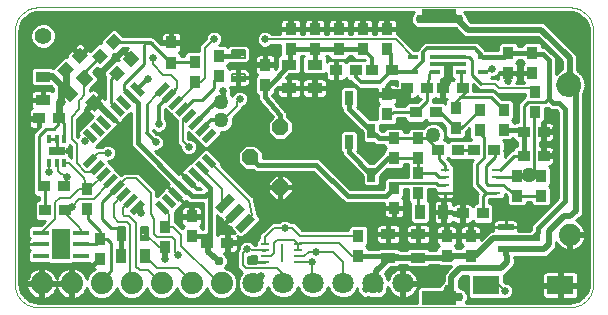
<source format=gtl>
G75*
%MOIN*%
%OFA0B0*%
%FSLAX24Y24*%
%IPPOS*%
%LPD*%
%AMOC8*
5,1,8,0,0,1.08239X$1,22.5*
%
%ADD10C,0.0010*%
%ADD11OC8,0.0520*%
%ADD12R,0.0380X0.0400*%
%ADD13R,0.0400X0.0380*%
%ADD14R,0.0355X0.0512*%
%ADD15R,0.0276X0.0472*%
%ADD16R,0.0512X0.0355*%
%ADD17R,0.0315X0.0098*%
%ADD18R,0.0374X0.0142*%
%ADD19R,0.0400X0.0450*%
%ADD20C,0.0560*%
%ADD21R,0.0276X0.0669*%
%ADD22R,0.0500X0.0210*%
%ADD23R,0.0210X0.0500*%
%ADD24C,0.0079*%
%ADD25R,0.0531X0.0177*%
%ADD26R,0.0630X0.0984*%
%ADD27R,0.0118X0.0276*%
%ADD28R,0.0531X0.0256*%
%ADD29R,0.0520X0.0220*%
%ADD30C,0.0000*%
%ADD31C,0.0050*%
%ADD32R,0.0100X0.0100*%
%ADD33C,0.0740*%
%ADD34R,0.0906X0.0630*%
%ADD35C,0.0500*%
%ADD36R,0.1181X0.0500*%
%ADD37C,0.0709*%
%ADD38R,0.0079X0.0630*%
%ADD39C,0.0160*%
%ADD40C,0.0317*%
%ADD41C,0.0100*%
%ADD42C,0.0310*%
%ADD43C,0.0200*%
%ADD44C,0.0250*%
%ADD45C,0.0080*%
%ADD46C,0.0240*%
%ADD47C,0.0180*%
%ADD48C,0.0120*%
%ADD49C,0.0270*%
%ADD50C,0.0140*%
%ADD51C,0.0280*%
%ADD52C,0.0300*%
D10*
X000937Y002139D02*
X013750Y002139D01*
X014950Y002139D01*
X018654Y002139D01*
X018708Y002141D01*
X018761Y002146D01*
X018814Y002155D01*
X018866Y002168D01*
X018918Y002184D01*
X018968Y002204D01*
X019016Y002227D01*
X019063Y002254D01*
X019108Y002283D01*
X019151Y002316D01*
X019191Y002351D01*
X019229Y002389D01*
X019264Y002429D01*
X019297Y002472D01*
X019326Y002517D01*
X019353Y002564D01*
X019376Y002612D01*
X019396Y002662D01*
X019412Y002714D01*
X019425Y002766D01*
X019434Y002819D01*
X019439Y002872D01*
X019441Y002926D01*
X019441Y011352D01*
X019439Y011406D01*
X019434Y011459D01*
X019425Y011512D01*
X019412Y011564D01*
X019396Y011616D01*
X019376Y011666D01*
X019353Y011714D01*
X019326Y011761D01*
X019297Y011806D01*
X019264Y011849D01*
X019229Y011889D01*
X019191Y011927D01*
X019151Y011962D01*
X019108Y011995D01*
X019063Y012024D01*
X019016Y012051D01*
X018968Y012074D01*
X018918Y012094D01*
X018866Y012110D01*
X018814Y012123D01*
X018761Y012132D01*
X018708Y012137D01*
X018654Y012139D01*
X014900Y012139D01*
X013700Y012139D01*
X000937Y012139D01*
X000883Y012137D01*
X000830Y012132D01*
X000777Y012123D01*
X000725Y012110D01*
X000673Y012094D01*
X000623Y012074D01*
X000575Y012051D01*
X000528Y012024D01*
X000483Y011995D01*
X000440Y011962D01*
X000400Y011927D01*
X000362Y011889D01*
X000327Y011849D01*
X000294Y011806D01*
X000265Y011761D01*
X000238Y011714D01*
X000215Y011666D01*
X000195Y011616D01*
X000179Y011564D01*
X000166Y011512D01*
X000157Y011459D01*
X000152Y011406D01*
X000150Y011352D01*
X000150Y002926D01*
X000152Y002872D01*
X000157Y002819D01*
X000166Y002766D01*
X000179Y002714D01*
X000195Y002662D01*
X000215Y002612D01*
X000238Y002564D01*
X000265Y002517D01*
X000294Y002472D01*
X000327Y002429D01*
X000362Y002389D01*
X000400Y002351D01*
X000440Y002316D01*
X000483Y002283D01*
X000528Y002254D01*
X000575Y002227D01*
X000623Y002204D01*
X000673Y002184D01*
X000725Y002168D01*
X000777Y002155D01*
X000830Y002146D01*
X000883Y002141D01*
X000937Y002139D01*
D11*
X009008Y006139D03*
X008008Y007139D03*
X009008Y008139D03*
D12*
X008500Y009554D03*
X008500Y010224D03*
X009350Y010744D03*
X010150Y010744D03*
X010950Y010744D03*
X011750Y010744D03*
X012550Y010744D03*
X012550Y011414D03*
X011750Y011414D03*
X010950Y011414D03*
X010150Y011414D03*
X009350Y011414D03*
X006950Y010524D03*
X006150Y010332D03*
X005365Y010298D03*
X006150Y009663D03*
X006950Y009854D03*
X005365Y010968D03*
X012570Y009244D03*
X012570Y008574D03*
X012800Y007774D03*
X013600Y007774D03*
X014850Y008104D03*
X015650Y008054D03*
X016450Y008054D03*
X016450Y008724D03*
X015650Y008724D03*
X014850Y008774D03*
X016600Y009954D03*
X017400Y009954D03*
X017500Y009324D03*
X017500Y008654D03*
X013600Y007104D03*
X012800Y007104D03*
X013600Y006604D03*
X012800Y006124D03*
X013600Y005934D03*
X012800Y005454D03*
X011600Y004524D03*
X011600Y003854D03*
X014550Y003854D03*
X015350Y003854D03*
X015350Y004524D03*
X014550Y004524D03*
X016900Y005854D03*
X017700Y005854D03*
X017700Y006524D03*
X016900Y006524D03*
X016600Y010624D03*
X017400Y010624D03*
X006050Y005174D03*
X005150Y004824D03*
X006050Y004504D03*
X005150Y004154D03*
X003000Y004424D03*
X003000Y003754D03*
X002550Y005404D03*
X002550Y006074D03*
D13*
X001794Y006170D03*
X001125Y006170D03*
X001165Y005369D03*
X001835Y005369D03*
X006565Y004289D03*
X007235Y004289D03*
X014265Y007389D03*
X014935Y007389D03*
X015465Y007389D03*
X016135Y007389D03*
X017115Y007189D03*
X017785Y007189D03*
X017785Y007989D03*
X017115Y007989D03*
X015085Y009439D03*
X014415Y009439D03*
X013905Y009439D03*
X013235Y009439D03*
X012735Y010039D03*
X012065Y010039D03*
X011535Y010039D03*
X010865Y010039D03*
X013515Y008639D03*
X014185Y008639D03*
X015085Y005269D03*
X015755Y005269D03*
G36*
X004312Y010433D02*
X004030Y010151D01*
X003762Y010419D01*
X004044Y010701D01*
X004312Y010433D01*
G37*
G36*
X003838Y009959D02*
X003556Y009677D01*
X003288Y009945D01*
X003570Y010227D01*
X003838Y009959D01*
G37*
G36*
X003268Y010529D02*
X002986Y010247D01*
X002718Y010515D01*
X003000Y010797D01*
X003268Y010529D01*
G37*
G36*
X003742Y011003D02*
X003460Y010721D01*
X003192Y010989D01*
X003474Y011271D01*
X003742Y011003D01*
G37*
G36*
X002047Y010525D02*
X002329Y010807D01*
X002597Y010539D01*
X002315Y010257D01*
X002047Y010525D01*
G37*
G36*
X001574Y010052D02*
X001856Y010334D01*
X002124Y010066D01*
X001842Y009784D01*
X001574Y010052D01*
G37*
X001635Y008439D03*
X000965Y008439D03*
D14*
X003706Y003839D03*
X004494Y003839D03*
X013656Y005319D03*
X014444Y005319D03*
D15*
X012040Y006561D03*
X011300Y007661D03*
X012040Y008017D03*
X011300Y009117D03*
D16*
X010150Y009445D03*
X009300Y009445D03*
X009300Y010233D03*
X010150Y010233D03*
X001088Y009833D03*
X001088Y009045D03*
X012600Y004583D03*
X013600Y004583D03*
X013600Y003795D03*
X012600Y003795D03*
D17*
X009601Y003841D03*
X009601Y004038D03*
X009601Y004234D03*
X009601Y003644D03*
X008499Y003644D03*
X008499Y003841D03*
X008499Y004038D03*
X008499Y004234D03*
X014504Y005955D03*
X014504Y006211D03*
X014504Y006467D03*
X014504Y006723D03*
X016196Y006723D03*
X016196Y006467D03*
X016196Y006211D03*
X016196Y005955D03*
D18*
X015774Y009983D03*
X015026Y009983D03*
X015026Y010239D03*
X015026Y010495D03*
X015774Y010495D03*
X014174Y010495D03*
X014174Y010239D03*
X014174Y009983D03*
X013426Y009983D03*
X013426Y010495D03*
D19*
G36*
X002483Y008973D02*
X002766Y009256D01*
X003083Y008939D01*
X002800Y008656D01*
X002483Y008973D01*
G37*
G36*
X001670Y009291D02*
X001953Y009574D01*
X002270Y009257D01*
X001987Y008974D01*
X001670Y009291D01*
G37*
G36*
X002765Y009752D02*
X002482Y009469D01*
X002165Y009786D01*
X002448Y010069D01*
X002765Y009752D01*
G37*
D20*
X001100Y011189D03*
D21*
G36*
X007028Y005290D02*
X006833Y005485D01*
X007304Y005956D01*
X007499Y005761D01*
X007028Y005290D01*
G37*
G36*
X007362Y004956D02*
X007167Y005151D01*
X007638Y005622D01*
X007833Y005427D01*
X007362Y004956D01*
G37*
G36*
X007696Y004622D02*
X007501Y004817D01*
X007972Y005288D01*
X008167Y005093D01*
X007696Y004622D01*
G37*
D22*
G36*
X005186Y005938D02*
X005539Y005585D01*
X005390Y005436D01*
X005037Y005789D01*
X005186Y005938D01*
G37*
G36*
X005409Y006161D02*
X005762Y005808D01*
X005613Y005659D01*
X005260Y006012D01*
X005409Y006161D01*
G37*
G36*
X005632Y006384D02*
X005985Y006031D01*
X005836Y005882D01*
X005483Y006235D01*
X005632Y006384D01*
G37*
G36*
X005854Y006606D02*
X006207Y006253D01*
X006058Y006104D01*
X005705Y006457D01*
X005854Y006606D01*
G37*
G36*
X006077Y006829D02*
X006430Y006476D01*
X006281Y006327D01*
X005928Y006680D01*
X006077Y006829D01*
G37*
G36*
X006300Y007052D02*
X006653Y006699D01*
X006504Y006550D01*
X006151Y006903D01*
X006300Y007052D01*
G37*
G36*
X006522Y007275D02*
X006875Y006922D01*
X006726Y006773D01*
X006373Y007126D01*
X006522Y007275D01*
G37*
G36*
X003464Y008996D02*
X003817Y008643D01*
X003668Y008494D01*
X003315Y008847D01*
X003464Y008996D01*
G37*
G36*
X003687Y009219D02*
X004040Y008866D01*
X003891Y008717D01*
X003538Y009070D01*
X003687Y009219D01*
G37*
G36*
X003910Y009442D02*
X004263Y009089D01*
X004114Y008940D01*
X003761Y009293D01*
X003910Y009442D01*
G37*
G36*
X004132Y009665D02*
X004485Y009312D01*
X004336Y009163D01*
X003983Y009516D01*
X004132Y009665D01*
G37*
G36*
X003242Y008774D02*
X003595Y008421D01*
X003446Y008272D01*
X003093Y008625D01*
X003242Y008774D01*
G37*
G36*
X003019Y008551D02*
X003372Y008198D01*
X003223Y008049D01*
X002870Y008402D01*
X003019Y008551D01*
G37*
G36*
X002796Y008328D02*
X003149Y007975D01*
X003000Y007826D01*
X002647Y008179D01*
X002796Y008328D01*
G37*
G36*
X002574Y008106D02*
X002927Y007753D01*
X002778Y007604D01*
X002425Y007957D01*
X002574Y008106D01*
G37*
G36*
X004964Y005716D02*
X005317Y005363D01*
X005168Y005214D01*
X004815Y005567D01*
X004964Y005716D01*
G37*
D23*
G36*
X004336Y005716D02*
X004485Y005567D01*
X004132Y005214D01*
X003983Y005363D01*
X004336Y005716D01*
G37*
G36*
X004114Y005938D02*
X004263Y005789D01*
X003910Y005436D01*
X003761Y005585D01*
X004114Y005938D01*
G37*
G36*
X003891Y006161D02*
X004040Y006012D01*
X003687Y005659D01*
X003538Y005808D01*
X003891Y006161D01*
G37*
G36*
X003668Y006384D02*
X003817Y006235D01*
X003464Y005882D01*
X003315Y006031D01*
X003668Y006384D01*
G37*
G36*
X003446Y006606D02*
X003595Y006457D01*
X003242Y006104D01*
X003093Y006253D01*
X003446Y006606D01*
G37*
G36*
X003223Y006829D02*
X003372Y006680D01*
X003019Y006327D01*
X002870Y006476D01*
X003223Y006829D01*
G37*
G36*
X003000Y007052D02*
X003149Y006903D01*
X002796Y006550D01*
X002647Y006699D01*
X003000Y007052D01*
G37*
G36*
X002778Y007275D02*
X002927Y007126D01*
X002574Y006773D01*
X002425Y006922D01*
X002778Y007275D01*
G37*
G36*
X005836Y008996D02*
X005985Y008847D01*
X005632Y008494D01*
X005483Y008643D01*
X005836Y008996D01*
G37*
G36*
X005613Y009219D02*
X005762Y009070D01*
X005409Y008717D01*
X005260Y008866D01*
X005613Y009219D01*
G37*
G36*
X005390Y009442D02*
X005539Y009293D01*
X005186Y008940D01*
X005037Y009089D01*
X005390Y009442D01*
G37*
G36*
X005168Y009665D02*
X005317Y009516D01*
X004964Y009163D01*
X004815Y009312D01*
X005168Y009665D01*
G37*
G36*
X006058Y008774D02*
X006207Y008625D01*
X005854Y008272D01*
X005705Y008421D01*
X006058Y008774D01*
G37*
G36*
X006281Y008551D02*
X006430Y008402D01*
X006077Y008049D01*
X005928Y008198D01*
X006281Y008551D01*
G37*
G36*
X006504Y008328D02*
X006653Y008179D01*
X006300Y007826D01*
X006151Y007975D01*
X006504Y008328D01*
G37*
G36*
X006726Y008106D02*
X006875Y007957D01*
X006522Y007604D01*
X006373Y007753D01*
X006726Y008106D01*
G37*
D24*
X007817Y009677D02*
X007817Y009913D01*
X007817Y009677D02*
X007383Y009677D01*
X007383Y009913D01*
X007817Y009913D01*
X007817Y009755D02*
X007383Y009755D01*
X007383Y009833D02*
X007817Y009833D01*
X007817Y009911D02*
X007383Y009911D01*
X007817Y010465D02*
X007817Y010701D01*
X007817Y010465D02*
X007383Y010465D01*
X007383Y010701D01*
X007817Y010701D01*
X007817Y010543D02*
X007383Y010543D01*
X007383Y010621D02*
X007817Y010621D01*
X007817Y010699D02*
X007383Y010699D01*
X004612Y004372D02*
X004376Y004372D01*
X004376Y004806D01*
X004612Y004806D01*
X004612Y004372D01*
X004612Y004450D02*
X004376Y004450D01*
X004376Y004528D02*
X004612Y004528D01*
X004612Y004606D02*
X004376Y004606D01*
X004376Y004684D02*
X004612Y004684D01*
X004612Y004762D02*
X004376Y004762D01*
X003824Y004372D02*
X003588Y004372D01*
X003588Y004806D01*
X003824Y004806D01*
X003824Y004372D01*
X003824Y004450D02*
X003588Y004450D01*
X003588Y004528D02*
X003824Y004528D01*
X003824Y004606D02*
X003588Y004606D01*
X003588Y004684D02*
X003824Y004684D01*
X003824Y004762D02*
X003588Y004762D01*
D25*
X002357Y004633D03*
X002357Y004239D03*
X002357Y003845D03*
X001018Y003845D03*
X001018Y004239D03*
X001018Y004633D03*
D26*
X001687Y004239D03*
D27*
X001806Y006938D03*
X001550Y006938D03*
X001294Y006938D03*
X001294Y007765D03*
X001550Y007765D03*
X001806Y007765D03*
D28*
X001550Y007352D03*
D29*
X016520Y004809D03*
X017380Y004439D03*
X016520Y004069D03*
D30*
X018420Y009560D02*
X018422Y009588D01*
X018428Y009615D01*
X018437Y009641D01*
X018450Y009666D01*
X018467Y009689D01*
X018486Y009709D01*
X018508Y009726D01*
X018532Y009740D01*
X018558Y009750D01*
X018585Y009757D01*
X018613Y009760D01*
X018641Y009759D01*
X018668Y009754D01*
X018695Y009745D01*
X018720Y009733D01*
X018743Y009718D01*
X018764Y009699D01*
X018782Y009678D01*
X018797Y009654D01*
X018808Y009628D01*
X018816Y009602D01*
X018820Y009574D01*
X018820Y009546D01*
X018816Y009518D01*
X018808Y009492D01*
X018797Y009466D01*
X018782Y009442D01*
X018764Y009421D01*
X018743Y009402D01*
X018720Y009387D01*
X018695Y009375D01*
X018668Y009366D01*
X018641Y009361D01*
X018613Y009360D01*
X018585Y009363D01*
X018558Y009370D01*
X018532Y009380D01*
X018508Y009394D01*
X018486Y009411D01*
X018467Y009431D01*
X018450Y009454D01*
X018437Y009479D01*
X018428Y009505D01*
X018422Y009532D01*
X018420Y009560D01*
D31*
X018240Y009560D02*
X019000Y009560D01*
X018994Y009494D01*
X018977Y009430D01*
X018949Y009370D01*
X018911Y009316D01*
X018864Y009269D01*
X018810Y009231D01*
X018750Y009203D01*
X018686Y009186D01*
X018620Y009180D01*
X018554Y009186D01*
X018490Y009203D01*
X018430Y009231D01*
X018376Y009269D01*
X018329Y009316D01*
X018291Y009370D01*
X018263Y009430D01*
X018246Y009494D01*
X018240Y009560D01*
X018246Y009626D01*
X018263Y009690D01*
X018291Y009750D01*
X018329Y009805D01*
X018376Y009851D01*
X018430Y009889D01*
X018490Y009917D01*
X018554Y009935D01*
X018620Y009940D01*
X018686Y009935D01*
X018750Y009917D01*
X018810Y009889D01*
X018864Y009851D01*
X018911Y009805D01*
X018949Y009750D01*
X018977Y009690D01*
X018994Y009626D01*
X019000Y009560D01*
X018996Y009608D02*
X018244Y009608D01*
X018254Y009657D02*
X018986Y009657D01*
X018970Y009705D02*
X018270Y009705D01*
X018293Y009754D02*
X018947Y009754D01*
X018913Y009802D02*
X018327Y009802D01*
X018375Y009851D02*
X018865Y009851D01*
X018789Y009899D02*
X018451Y009899D01*
X018244Y009511D02*
X018996Y009511D01*
X018986Y009463D02*
X018254Y009463D01*
X018270Y009414D02*
X018970Y009414D01*
X018946Y009366D02*
X018294Y009366D01*
X018328Y009317D02*
X018912Y009317D01*
X018863Y009269D02*
X018377Y009269D01*
X018454Y009220D02*
X018786Y009220D01*
D32*
X018620Y009850D03*
D33*
X018654Y004560D03*
X007050Y002939D03*
X006050Y002939D03*
X005050Y002939D03*
X004050Y002939D03*
X003050Y002939D03*
X002050Y002939D03*
X001050Y002939D03*
D34*
X015860Y002869D03*
X018340Y002869D03*
D35*
X017300Y006539D03*
X014100Y007889D03*
X007041Y008367D03*
X007041Y008996D03*
D36*
X014300Y011839D03*
X014300Y002439D03*
D37*
X013090Y002939D03*
X012100Y002939D03*
X011100Y002939D03*
X010100Y002939D03*
X009100Y002939D03*
X008100Y002939D03*
D38*
X009050Y003939D03*
D39*
X006650Y004439D02*
X006615Y004324D01*
X006565Y004289D01*
X006581Y004504D01*
X006050Y004504D01*
X006650Y004439D02*
X006650Y005539D01*
X006650Y005989D01*
X006500Y005839D01*
X006050Y005839D01*
X005756Y006133D01*
X005734Y006133D01*
X004250Y007616D01*
X004250Y008939D01*
X004012Y009177D01*
X004012Y009191D01*
X006918Y009039D02*
X007041Y009039D01*
X007041Y008996D01*
X007100Y009196D01*
X007100Y009339D01*
X008500Y009139D02*
X009000Y008539D01*
X009000Y007970D01*
X009008Y008139D01*
X008500Y009139D02*
X008500Y009554D01*
X008622Y009504D01*
X009300Y010233D01*
X009350Y010744D01*
X010150Y010744D01*
X010150Y010233D01*
X010150Y010744D02*
X010950Y010744D01*
X011750Y010744D01*
X013235Y009439D02*
X013235Y009274D01*
X013150Y009189D01*
X012625Y009189D01*
X012570Y009244D01*
X012675Y009339D02*
X013200Y009339D01*
X012040Y008017D02*
X011300Y008757D01*
X011300Y009117D01*
X012040Y008017D02*
X012284Y007774D01*
X012800Y007774D01*
X012800Y007104D02*
X012584Y007104D01*
X012040Y006561D01*
X011300Y007301D01*
X011300Y007661D01*
X010200Y006889D02*
X008258Y006889D01*
X008008Y007139D01*
X006650Y006107D02*
X006179Y006578D01*
X006650Y006107D02*
X006650Y005989D01*
X003706Y004589D02*
X003706Y003839D01*
X003000Y003754D02*
X002965Y003754D01*
X002550Y003339D01*
X010200Y006889D02*
X011250Y005839D01*
X011400Y005839D01*
X011565Y005839D01*
X012515Y005839D01*
X012800Y006124D01*
X016450Y008054D02*
X017050Y008054D01*
X017115Y007989D01*
X017115Y007189D01*
X017050Y007189D01*
X018500Y005689D02*
X017600Y004789D01*
X017600Y004659D01*
X017380Y004439D01*
X018500Y005689D02*
X018500Y008739D01*
X018300Y008939D01*
X018100Y008939D01*
X017950Y009089D01*
X017950Y010389D01*
X017750Y010589D01*
X017435Y010589D01*
X017400Y010624D02*
X016600Y010624D01*
X016471Y010495D01*
X015774Y010495D01*
X007600Y010524D02*
X007600Y010583D01*
X007600Y010524D02*
X006950Y010524D01*
X012000Y003039D02*
X012100Y002939D01*
X014300Y002439D02*
X014950Y002439D01*
X014950Y002489D01*
X014600Y002739D02*
X014450Y002589D01*
X014300Y002439D01*
D40*
X001700Y008989D03*
D41*
X001127Y009084D02*
X001049Y009084D01*
X001049Y009007D01*
X000682Y009007D01*
X000682Y008848D01*
X000692Y008810D01*
X000712Y008776D01*
X000716Y008771D01*
X000707Y008769D01*
X000673Y008749D01*
X000645Y008721D01*
X000626Y008687D01*
X000615Y008649D01*
X000615Y008484D01*
X000920Y008484D01*
X000920Y008394D01*
X000615Y008394D01*
X000615Y008229D01*
X000626Y008191D01*
X000645Y008157D01*
X000673Y008129D01*
X000707Y008109D01*
X000746Y008099D01*
X000920Y008099D01*
X000920Y008394D01*
X001010Y008394D01*
X001010Y008182D01*
X001000Y008172D01*
X000750Y007922D01*
X000750Y006256D01*
X000775Y006231D01*
X000775Y005918D01*
X000863Y005830D01*
X000965Y005830D01*
X000965Y005709D01*
X000903Y005709D01*
X000815Y005621D01*
X000815Y005117D01*
X000903Y005029D01*
X001171Y005029D01*
X001014Y004871D01*
X000690Y004871D01*
X000602Y004783D01*
X000602Y004482D01*
X000648Y004436D01*
X000632Y004420D01*
X000613Y004386D01*
X000602Y004347D01*
X000602Y004239D01*
X000602Y004131D01*
X000613Y004093D01*
X000632Y004058D01*
X000648Y004042D01*
X000602Y003996D01*
X000602Y003695D01*
X000690Y003607D01*
X001300Y003607D01*
X001310Y003597D01*
X002064Y003597D01*
X002074Y003607D01*
X002660Y003607D01*
X002660Y003535D01*
X002670Y003497D01*
X002690Y003462D01*
X002718Y003434D01*
X002752Y003415D01*
X002790Y003404D01*
X002815Y003404D01*
X002755Y003380D01*
X002609Y003234D01*
X002549Y003087D01*
X002532Y003139D01*
X002495Y003212D01*
X002447Y003278D01*
X002389Y003336D01*
X002323Y003384D01*
X002250Y003421D01*
X002172Y003446D01*
X002100Y003458D01*
X002100Y002989D01*
X002000Y002989D01*
X002000Y002889D01*
X002100Y002889D01*
X002100Y002421D01*
X002172Y002432D01*
X002250Y002457D01*
X002323Y002494D01*
X002389Y002542D01*
X002447Y002600D01*
X002495Y002667D01*
X002532Y002739D01*
X002549Y002791D01*
X002609Y002645D01*
X002755Y002498D01*
X002947Y002419D01*
X003153Y002419D01*
X003345Y002498D01*
X003491Y002645D01*
X003550Y002787D01*
X003609Y002645D01*
X003755Y002498D01*
X003947Y002419D01*
X004153Y002419D01*
X004345Y002498D01*
X004491Y002645D01*
X004550Y002787D01*
X004609Y002645D01*
X004755Y002498D01*
X004947Y002419D01*
X005153Y002419D01*
X005345Y002498D01*
X005491Y002645D01*
X005550Y002787D01*
X005609Y002645D01*
X005755Y002498D01*
X005947Y002419D01*
X006153Y002419D01*
X006345Y002498D01*
X006491Y002645D01*
X006550Y002787D01*
X006609Y002645D01*
X006755Y002498D01*
X006947Y002419D01*
X007153Y002419D01*
X007345Y002498D01*
X007491Y002645D01*
X007570Y002836D01*
X007570Y003043D01*
X007491Y003234D01*
X007345Y003380D01*
X007153Y003459D01*
X007151Y003459D01*
X007209Y003516D01*
X007255Y003628D01*
X007255Y003750D01*
X007209Y003862D01*
X007123Y003948D01*
X007119Y003949D01*
X007190Y003949D01*
X007190Y004244D01*
X007280Y004244D01*
X007280Y004334D01*
X007585Y004334D01*
X007585Y004499D01*
X007577Y004526D01*
X007633Y004471D01*
X007757Y004471D01*
X008318Y005032D01*
X008318Y005156D01*
X008239Y005235D01*
X008238Y005239D01*
X008233Y005306D01*
X008223Y005315D01*
X008140Y005709D01*
X008140Y005768D01*
X008124Y005783D01*
X008120Y005805D01*
X008070Y005837D01*
X007026Y006882D01*
X007026Y006983D01*
X006584Y007425D01*
X006460Y007425D01*
X006223Y007188D01*
X006001Y006966D01*
X005226Y006966D01*
X005128Y007064D02*
X006099Y007064D01*
X006001Y006966D02*
X006001Y006966D01*
X005778Y006743D01*
X005778Y006736D01*
X005762Y006726D01*
X005675Y006640D01*
X005956Y006359D01*
X005953Y006355D01*
X005672Y006636D01*
X005613Y006578D01*
X004828Y007364D01*
X004905Y007364D01*
X005006Y007406D01*
X005083Y007483D01*
X005125Y007584D01*
X005125Y007694D01*
X005083Y007795D01*
X005006Y007872D01*
X004905Y007914D01*
X004872Y007914D01*
X004750Y008036D01*
X004750Y008050D01*
X004794Y008006D01*
X004895Y007964D01*
X005005Y007964D01*
X005106Y008006D01*
X005183Y008083D01*
X005225Y008184D01*
X005225Y008294D01*
X005183Y008395D01*
X005160Y008418D01*
X005160Y008752D01*
X005161Y008753D01*
X005346Y008567D01*
X005560Y008353D01*
X005560Y007610D01*
X005675Y007495D01*
X005675Y007434D01*
X005717Y007333D01*
X005794Y007256D01*
X005895Y007214D01*
X006005Y007214D01*
X006106Y007256D01*
X006183Y007333D01*
X006225Y007434D01*
X006225Y007544D01*
X006183Y007645D01*
X006106Y007722D01*
X006005Y007764D01*
X005944Y007764D01*
X005940Y007768D01*
X005940Y007973D01*
X006014Y007899D01*
X006237Y007676D01*
X006460Y007454D01*
X006584Y007454D01*
X007026Y007895D01*
X007026Y007967D01*
X007120Y007967D01*
X007267Y008028D01*
X007380Y008141D01*
X007441Y008288D01*
X007441Y008447D01*
X007436Y008457D01*
X007629Y008649D01*
X007740Y008760D01*
X007740Y008829D01*
X007806Y008856D01*
X007883Y008933D01*
X007925Y009034D01*
X008280Y009034D01*
X008270Y009044D02*
X008330Y008984D01*
X008759Y008469D01*
X008598Y008309D01*
X008598Y007969D01*
X008838Y007729D01*
X009178Y007729D01*
X009418Y007969D01*
X009418Y008309D01*
X009230Y008497D01*
X009230Y008529D01*
X009238Y008613D01*
X009230Y008622D01*
X009230Y008634D01*
X009170Y008694D01*
X008745Y009204D01*
X008752Y009204D01*
X008840Y009292D01*
X008840Y009401D01*
X008917Y009484D01*
X009261Y009484D01*
X009261Y009407D01*
X008894Y009407D01*
X008894Y009248D01*
X008904Y009210D01*
X008924Y009176D01*
X008952Y009148D01*
X008986Y009128D01*
X009024Y009118D01*
X009261Y009118D01*
X009261Y009407D01*
X009339Y009407D01*
X009339Y009484D01*
X009706Y009484D01*
X009706Y009643D01*
X009696Y009681D01*
X009676Y009715D01*
X009648Y009743D01*
X009614Y009763D01*
X009576Y009773D01*
X009339Y009773D01*
X009339Y009484D01*
X009261Y009484D01*
X009261Y009773D01*
X009186Y009773D01*
X009309Y009905D01*
X009618Y009905D01*
X009706Y009993D01*
X009706Y010472D01*
X009690Y010488D01*
X009690Y010514D01*
X009786Y010514D01*
X009744Y010472D01*
X009744Y009993D01*
X009832Y009905D01*
X010468Y009905D01*
X010515Y009953D01*
X010515Y009829D01*
X010526Y009791D01*
X010545Y009757D01*
X010573Y009729D01*
X010607Y009709D01*
X010646Y009699D01*
X010820Y009699D01*
X010820Y009994D01*
X010910Y009994D01*
X010910Y009699D01*
X011085Y009699D01*
X011123Y009709D01*
X011157Y009729D01*
X011185Y009757D01*
X011196Y009776D01*
X011273Y009699D01*
X011343Y009699D01*
X011490Y009552D01*
X011613Y009429D01*
X012230Y009429D01*
X012230Y009289D01*
X012525Y009289D01*
X012525Y009532D01*
X012692Y009699D01*
X012903Y009699D01*
X012896Y009687D01*
X012885Y009649D01*
X012885Y009527D01*
X012880Y009536D01*
X012852Y009564D01*
X012818Y009584D01*
X012780Y009594D01*
X012615Y009594D01*
X012615Y009289D01*
X012525Y009289D01*
X012525Y009199D01*
X012230Y009199D01*
X012230Y009024D01*
X012240Y008986D01*
X012260Y008952D01*
X012288Y008924D01*
X012306Y008913D01*
X012230Y008837D01*
X012230Y008404D01*
X011979Y008404D01*
X011576Y008807D01*
X011588Y008819D01*
X011588Y009416D01*
X011500Y009504D01*
X011100Y009504D01*
X011012Y009416D01*
X011012Y008819D01*
X011070Y008761D01*
X011070Y008662D01*
X011752Y007980D01*
X011752Y007719D01*
X011840Y007631D01*
X012101Y007631D01*
X012188Y007544D01*
X012460Y007544D01*
X012460Y007512D01*
X012533Y007439D01*
X012460Y007367D01*
X012460Y007306D01*
X012101Y006947D01*
X011979Y006947D01*
X011576Y007350D01*
X011588Y007362D01*
X011588Y007959D01*
X011500Y008047D01*
X011100Y008047D01*
X011012Y007959D01*
X011012Y007362D01*
X011070Y007305D01*
X011070Y007205D01*
X011752Y006523D01*
X011752Y006262D01*
X011840Y006175D01*
X012240Y006175D01*
X012328Y006262D01*
X012328Y006523D01*
X012559Y006754D01*
X013052Y006754D01*
X013140Y006842D01*
X013140Y006904D01*
X013260Y006904D01*
X013260Y006469D01*
X013057Y006469D01*
X013052Y006474D01*
X012548Y006474D01*
X012460Y006386D01*
X012460Y006109D01*
X012420Y006069D01*
X011345Y006069D01*
X010430Y006984D01*
X010295Y007119D01*
X008418Y007119D01*
X008418Y007309D01*
X008178Y007549D01*
X007838Y007549D01*
X007598Y007309D01*
X007598Y006969D01*
X007838Y006729D01*
X008093Y006729D01*
X008163Y006659D01*
X010105Y006659D01*
X011155Y005609D01*
X012460Y005609D01*
X012460Y005499D01*
X012755Y005499D01*
X012755Y005409D01*
X012845Y005409D01*
X012845Y005104D01*
X013010Y005104D01*
X013048Y005115D01*
X013082Y005134D01*
X013110Y005162D01*
X013130Y005197D01*
X013140Y005235D01*
X013140Y005409D01*
X012845Y005409D01*
X012845Y005499D01*
X013140Y005499D01*
X013140Y005674D01*
X013130Y005712D01*
X013110Y005747D01*
X013082Y005774D01*
X013064Y005785D01*
X013140Y005862D01*
X013140Y006069D01*
X013260Y006069D01*
X013260Y005672D01*
X013329Y005603D01*
X013329Y005001D01*
X013417Y004913D01*
X013896Y004913D01*
X013984Y005001D01*
X013984Y005637D01*
X013940Y005681D01*
X013940Y006069D01*
X014125Y006069D01*
X014154Y006052D01*
X014195Y006011D01*
X014196Y006011D01*
X014196Y005955D01*
X014196Y005886D01*
X014206Y005848D01*
X014226Y005814D01*
X014254Y005786D01*
X014288Y005766D01*
X014326Y005756D01*
X014504Y005756D01*
X014681Y005756D01*
X014719Y005766D01*
X014753Y005786D01*
X014781Y005814D01*
X014801Y005848D01*
X014811Y005886D01*
X014811Y005955D01*
X014504Y005955D01*
X014504Y005955D01*
X014504Y005756D01*
X014504Y005955D01*
X014504Y005955D01*
X014811Y005955D01*
X014811Y006024D01*
X014801Y006062D01*
X014791Y006080D01*
X014811Y006100D01*
X014811Y006322D01*
X014794Y006339D01*
X014811Y006356D01*
X014811Y006578D01*
X014794Y006595D01*
X014811Y006612D01*
X014811Y006834D01*
X014723Y006922D01*
X014704Y006922D01*
X014704Y006968D01*
X014575Y007097D01*
X014600Y007122D01*
X014673Y007049D01*
X015197Y007049D01*
X015200Y007052D01*
X015203Y007049D01*
X015427Y007049D01*
X015350Y006972D01*
X015350Y006156D01*
X015581Y005925D01*
X015571Y005902D01*
X015555Y005885D01*
X015555Y005609D01*
X015493Y005609D01*
X015416Y005533D01*
X015405Y005551D01*
X015377Y005579D01*
X015343Y005599D01*
X015305Y005609D01*
X015130Y005609D01*
X015130Y005314D01*
X015040Y005314D01*
X015040Y005224D01*
X014771Y005224D01*
X014771Y005280D01*
X014482Y005280D01*
X014482Y004913D01*
X014641Y004913D01*
X014679Y004923D01*
X014713Y004943D01*
X014741Y004971D01*
X014758Y005000D01*
X014765Y004987D01*
X014793Y004959D01*
X014827Y004939D01*
X014866Y004929D01*
X015040Y004929D01*
X015040Y005224D01*
X015130Y005224D01*
X015130Y004929D01*
X015305Y004929D01*
X015343Y004939D01*
X015377Y004959D01*
X015405Y004987D01*
X015416Y005006D01*
X015493Y004929D01*
X016017Y004929D01*
X016105Y005017D01*
X016105Y005521D01*
X016017Y005609D01*
X015955Y005609D01*
X015955Y005739D01*
X016263Y005739D01*
X016280Y005756D01*
X016416Y005756D01*
X016504Y005844D01*
X016504Y005910D01*
X016560Y005866D01*
X016560Y005592D01*
X016648Y005504D01*
X017152Y005504D01*
X017240Y005592D01*
X017240Y005654D01*
X017360Y005654D01*
X017360Y005592D01*
X017448Y005504D01*
X017952Y005504D01*
X018040Y005592D01*
X018040Y006117D01*
X017967Y006189D01*
X018040Y006262D01*
X018040Y006786D01*
X017977Y006849D01*
X018004Y006849D01*
X018043Y006859D01*
X018077Y006879D01*
X018105Y006907D01*
X018124Y006941D01*
X018135Y006979D01*
X018135Y007144D01*
X017830Y007144D01*
X017830Y007234D01*
X018135Y007234D01*
X018135Y007399D01*
X018124Y007437D01*
X018105Y007471D01*
X018077Y007499D01*
X018043Y007519D01*
X018004Y007529D01*
X017830Y007529D01*
X017830Y007234D01*
X017740Y007234D01*
X017740Y007529D01*
X017650Y007529D01*
X017650Y007649D01*
X017740Y007649D01*
X017740Y007944D01*
X017830Y007944D01*
X017830Y008034D01*
X018135Y008034D01*
X018135Y008199D01*
X018124Y008237D01*
X018105Y008271D01*
X018077Y008299D01*
X018043Y008319D01*
X018004Y008329D01*
X017830Y008329D01*
X017830Y008034D01*
X017740Y008034D01*
X017740Y008304D01*
X017752Y008304D01*
X017840Y008392D01*
X017840Y008779D01*
X017935Y008779D01*
X018005Y008709D01*
X018205Y008709D01*
X018270Y008644D01*
X018270Y005784D01*
X017370Y004884D01*
X017370Y004754D01*
X017315Y004699D01*
X017058Y004699D01*
X017048Y004689D01*
X016930Y004689D01*
X016930Y004804D01*
X016525Y004804D01*
X016525Y004814D01*
X016930Y004814D01*
X016930Y004939D01*
X016920Y004977D01*
X016900Y005011D01*
X016872Y005039D01*
X016838Y005059D01*
X016800Y005069D01*
X016525Y005069D01*
X016525Y004814D01*
X016515Y004814D01*
X016515Y004804D01*
X016110Y004804D01*
X016110Y004689D01*
X016050Y004689D01*
X015958Y004651D01*
X015690Y004383D01*
X015690Y004479D01*
X015395Y004479D01*
X015395Y004569D01*
X015305Y004569D01*
X015305Y004874D01*
X015140Y004874D01*
X015102Y004864D01*
X015068Y004844D01*
X015040Y004816D01*
X015020Y004782D01*
X015010Y004743D01*
X015010Y004569D01*
X015305Y004569D01*
X015305Y004479D01*
X015010Y004479D01*
X015010Y004304D01*
X015020Y004266D01*
X015040Y004232D01*
X015068Y004204D01*
X015086Y004193D01*
X015010Y004117D01*
X015010Y004104D01*
X014890Y004104D01*
X014890Y004117D01*
X014814Y004193D01*
X014832Y004204D01*
X014860Y004232D01*
X014880Y004266D01*
X014890Y004304D01*
X014890Y004479D01*
X014595Y004479D01*
X014595Y004569D01*
X014505Y004569D01*
X014505Y004874D01*
X014340Y004874D01*
X014302Y004864D01*
X014268Y004844D01*
X014240Y004816D01*
X014220Y004782D01*
X014210Y004743D01*
X014210Y004569D01*
X014505Y004569D01*
X014505Y004479D01*
X014210Y004479D01*
X014210Y004304D01*
X014220Y004266D01*
X014240Y004232D01*
X014268Y004204D01*
X014286Y004193D01*
X014210Y004117D01*
X014210Y004045D01*
X013996Y004045D01*
X013918Y004123D01*
X013282Y004123D01*
X013204Y004045D01*
X013039Y004045D01*
X013027Y004058D01*
X013004Y004067D01*
X012984Y004081D01*
X012961Y004085D01*
X012952Y004089D01*
X012918Y004123D01*
X012282Y004123D01*
X012254Y004094D01*
X011940Y004094D01*
X011940Y004117D01*
X011867Y004189D01*
X011940Y004262D01*
X011940Y004786D01*
X011852Y004874D01*
X011348Y004874D01*
X011260Y004786D01*
X011260Y004714D01*
X009744Y004714D01*
X009590Y004868D01*
X009479Y004979D01*
X009349Y004979D01*
X009306Y005022D01*
X009205Y005064D01*
X009095Y005064D01*
X008994Y005022D01*
X008951Y004979D01*
X008721Y004979D01*
X008421Y004679D01*
X008310Y004568D01*
X008310Y004434D01*
X008279Y004434D01*
X008191Y004346D01*
X008191Y004228D01*
X008171Y004228D01*
X008137Y004234D01*
X008133Y004245D01*
X008056Y004322D01*
X007955Y004364D01*
X007845Y004364D01*
X007744Y004322D01*
X007667Y004245D01*
X007625Y004144D01*
X007625Y004083D01*
X007562Y004020D01*
X007574Y004041D01*
X007585Y004079D01*
X007585Y004244D01*
X007280Y004244D01*
X007280Y003949D01*
X007454Y003949D01*
X007493Y003959D01*
X007527Y003979D01*
X007555Y004007D01*
X007560Y004016D01*
X007560Y003460D01*
X007671Y003349D01*
X007734Y003286D01*
X007672Y003225D01*
X007596Y003039D01*
X007596Y002839D01*
X007672Y002653D01*
X007814Y002512D01*
X008000Y002435D01*
X008200Y002435D01*
X008386Y002512D01*
X008528Y002653D01*
X008600Y002828D01*
X008672Y002653D01*
X008814Y002512D01*
X009000Y002435D01*
X009200Y002435D01*
X009386Y002512D01*
X009528Y002653D01*
X009600Y002828D01*
X009672Y002653D01*
X009814Y002512D01*
X010000Y002435D01*
X010200Y002435D01*
X010386Y002512D01*
X010528Y002653D01*
X010600Y002828D01*
X010672Y002653D01*
X010814Y002512D01*
X011000Y002435D01*
X011200Y002435D01*
X011386Y002512D01*
X011528Y002653D01*
X011575Y002768D01*
X011575Y002684D01*
X011617Y002583D01*
X011694Y002506D01*
X011795Y002464D01*
X011905Y002464D01*
X011917Y002469D01*
X012000Y002435D01*
X012200Y002435D01*
X012271Y002464D01*
X012355Y002464D01*
X012456Y002506D01*
X012533Y002583D01*
X012575Y002684D01*
X012575Y002768D01*
X012598Y002823D01*
X012598Y002821D01*
X012623Y002745D01*
X012659Y002675D01*
X012705Y002611D01*
X012761Y002554D01*
X012826Y002508D01*
X012896Y002472D01*
X012972Y002447D01*
X013040Y002436D01*
X013040Y002889D01*
X013140Y002889D01*
X013140Y002436D01*
X013208Y002447D01*
X013284Y002472D01*
X013354Y002508D01*
X013419Y002554D01*
X013475Y002611D01*
X013521Y002675D01*
X013557Y002745D01*
X013582Y002821D01*
X013593Y002889D01*
X013140Y002889D01*
X013140Y002989D01*
X013593Y002989D01*
X013582Y003057D01*
X013557Y003133D01*
X013521Y003203D01*
X013475Y003268D01*
X013419Y003324D01*
X013354Y003370D01*
X013284Y003406D01*
X013208Y003431D01*
X013140Y003442D01*
X013140Y002989D01*
X013040Y002989D01*
X013040Y003442D01*
X012972Y003431D01*
X012896Y003406D01*
X012826Y003370D01*
X012761Y003324D01*
X012705Y003268D01*
X012659Y003203D01*
X012623Y003133D01*
X012598Y003057D01*
X012598Y003055D01*
X012528Y003225D01*
X012483Y003269D01*
X012682Y003468D01*
X012918Y003468D01*
X012996Y003545D01*
X013204Y003545D01*
X013282Y003468D01*
X013918Y003468D01*
X013996Y003545D01*
X014257Y003545D01*
X014298Y003504D01*
X014712Y003504D01*
X014558Y003351D01*
X014488Y003281D01*
X014450Y003189D01*
X014450Y003002D01*
X014430Y002993D01*
X014346Y002909D01*
X014317Y002839D01*
X013647Y002839D01*
X013559Y002751D01*
X013559Y002294D01*
X000937Y002294D01*
X000838Y002302D01*
X000650Y002363D01*
X000490Y002479D01*
X000374Y002639D01*
X000313Y002828D01*
X000305Y002926D01*
X000305Y011352D01*
X000313Y011451D01*
X000374Y011639D01*
X000490Y011799D01*
X000650Y011915D01*
X000838Y011976D01*
X000937Y011984D01*
X013471Y011984D01*
X013396Y011909D01*
X013350Y011799D01*
X013350Y011679D01*
X013396Y011569D01*
X013480Y011485D01*
X013590Y011439D01*
X014846Y011439D01*
X015038Y011247D01*
X015108Y011177D01*
X015200Y011139D01*
X017596Y011139D01*
X018400Y010336D01*
X018400Y010074D01*
X018395Y010073D01*
X018389Y010074D01*
X018382Y010070D01*
X018375Y010068D01*
X018371Y010062D01*
X018342Y010042D01*
X018310Y010026D01*
X018303Y010026D01*
X018298Y010021D01*
X018290Y010017D01*
X018288Y010011D01*
X018263Y009986D01*
X018234Y009965D01*
X018227Y009964D01*
X018223Y009958D01*
X018216Y009953D01*
X018215Y009947D01*
X018194Y009918D01*
X018180Y009903D01*
X018180Y010484D01*
X018045Y010619D01*
X017845Y010819D01*
X017740Y010819D01*
X017740Y010886D01*
X017652Y010974D01*
X017148Y010974D01*
X017060Y010886D01*
X017060Y010854D01*
X016940Y010854D01*
X016940Y010886D01*
X016852Y010974D01*
X016348Y010974D01*
X016260Y010886D01*
X016260Y010725D01*
X015841Y010725D01*
X015690Y010876D01*
X015690Y010876D01*
X015567Y010999D01*
X013978Y010999D01*
X013972Y011005D01*
X013893Y010999D01*
X013813Y010999D01*
X013807Y010993D01*
X013798Y010992D01*
X013746Y010932D01*
X013690Y010876D01*
X013690Y010867D01*
X013616Y010782D01*
X013560Y010726D01*
X013560Y010717D01*
X013559Y010716D01*
X013474Y010716D01*
X012931Y011259D01*
X012890Y011259D01*
X012890Y011369D01*
X012595Y011369D01*
X012595Y011459D01*
X012505Y011459D01*
X012505Y011764D01*
X012340Y011764D01*
X012302Y011754D01*
X012268Y011734D01*
X012240Y011706D01*
X012220Y011672D01*
X012210Y011633D01*
X012210Y011459D01*
X012505Y011459D01*
X012505Y011369D01*
X012210Y011369D01*
X012210Y011259D01*
X012090Y011259D01*
X012090Y011369D01*
X011795Y011369D01*
X011795Y011459D01*
X011705Y011459D01*
X011705Y011764D01*
X011540Y011764D01*
X011502Y011754D01*
X011468Y011734D01*
X011440Y011706D01*
X011420Y011672D01*
X011410Y011633D01*
X011410Y011459D01*
X011705Y011459D01*
X011705Y011369D01*
X011410Y011369D01*
X011410Y011259D01*
X011290Y011259D01*
X011290Y011369D01*
X010995Y011369D01*
X010995Y011459D01*
X010905Y011459D01*
X010905Y011764D01*
X010740Y011764D01*
X010702Y011754D01*
X010668Y011734D01*
X010640Y011706D01*
X010620Y011672D01*
X010610Y011633D01*
X010610Y011459D01*
X010905Y011459D01*
X010905Y011369D01*
X010610Y011369D01*
X010610Y011259D01*
X010490Y011259D01*
X010490Y011369D01*
X010195Y011369D01*
X010195Y011459D01*
X010105Y011459D01*
X010105Y011764D01*
X009940Y011764D01*
X009902Y011754D01*
X009868Y011734D01*
X009840Y011706D01*
X009820Y011672D01*
X009810Y011633D01*
X009810Y011459D01*
X010105Y011459D01*
X010105Y011369D01*
X009810Y011369D01*
X009810Y011259D01*
X009690Y011259D01*
X009690Y011369D01*
X009395Y011369D01*
X009395Y011459D01*
X009305Y011459D01*
X009305Y011764D01*
X009140Y011764D01*
X009102Y011754D01*
X009068Y011734D01*
X009040Y011706D01*
X009020Y011672D01*
X009010Y011633D01*
X009010Y011459D01*
X009305Y011459D01*
X009305Y011369D01*
X009010Y011369D01*
X009010Y011259D01*
X008689Y011259D01*
X008646Y011302D01*
X008545Y011344D01*
X008435Y011344D01*
X008334Y011302D01*
X008257Y011225D01*
X008215Y011124D01*
X008215Y011014D01*
X008257Y010913D01*
X008334Y010836D01*
X008435Y010794D01*
X008545Y010794D01*
X008646Y010836D01*
X008689Y010879D01*
X009010Y010879D01*
X009010Y010560D01*
X008982Y010560D01*
X008894Y010472D01*
X008894Y010134D01*
X008840Y010076D01*
X008840Y010179D01*
X008545Y010179D01*
X008545Y010269D01*
X008455Y010269D01*
X008455Y010574D01*
X008290Y010574D01*
X008252Y010564D01*
X008218Y010544D01*
X008190Y010516D01*
X008170Y010482D01*
X008160Y010443D01*
X008160Y010269D01*
X008455Y010269D01*
X008455Y010179D01*
X008160Y010179D01*
X008160Y010004D01*
X008170Y009966D01*
X008190Y009932D01*
X008218Y009904D01*
X008236Y009893D01*
X008160Y009817D01*
X008160Y009292D01*
X008248Y009204D01*
X008270Y009204D01*
X008270Y009150D01*
X008262Y009065D01*
X008270Y009056D01*
X008270Y009044D01*
X008268Y009133D02*
X007925Y009133D01*
X007925Y009144D02*
X007883Y009245D01*
X007806Y009322D01*
X007705Y009364D01*
X007595Y009364D01*
X007494Y009322D01*
X007417Y009245D01*
X007394Y009189D01*
X007380Y009222D01*
X007358Y009244D01*
X007375Y009284D01*
X007375Y009394D01*
X007333Y009495D01*
X007359Y009488D01*
X007571Y009488D01*
X007571Y009767D01*
X007629Y009767D01*
X007629Y009824D01*
X008006Y009824D01*
X008006Y009938D01*
X007993Y009987D01*
X007968Y010030D01*
X007933Y010065D01*
X007890Y010090D01*
X007841Y010103D01*
X007629Y010103D01*
X007629Y009824D01*
X007571Y009824D01*
X007571Y010103D01*
X007359Y010103D01*
X007310Y010090D01*
X007290Y010078D01*
X007290Y010117D01*
X007217Y010189D01*
X007290Y010262D01*
X007290Y010290D01*
X007305Y010275D01*
X007895Y010275D01*
X008006Y010386D01*
X008006Y010779D01*
X007895Y010890D01*
X007305Y010890D01*
X007245Y010831D01*
X007202Y010874D01*
X006974Y010874D01*
X007033Y010933D01*
X007075Y011034D01*
X007075Y011144D01*
X007033Y011245D01*
X006956Y011322D01*
X006855Y011364D01*
X006745Y011364D01*
X006644Y011322D01*
X006567Y011245D01*
X006525Y011144D01*
X006525Y011083D01*
X006310Y010868D01*
X006310Y010682D01*
X005898Y010682D01*
X005810Y010594D01*
X005810Y010532D01*
X005705Y010532D01*
X005705Y010561D01*
X005628Y010637D01*
X005647Y010648D01*
X005675Y010676D01*
X005694Y010710D01*
X005705Y010748D01*
X005705Y010923D01*
X005410Y010923D01*
X005410Y011013D01*
X005320Y011013D01*
X005320Y011318D01*
X005155Y011318D01*
X005117Y011307D01*
X005083Y011288D01*
X005055Y011260D01*
X005035Y011226D01*
X005025Y011187D01*
X005025Y011013D01*
X005320Y011013D01*
X005320Y010923D01*
X005025Y010923D01*
X005025Y010921D01*
X004924Y011022D01*
X004897Y011049D01*
X004897Y011049D01*
X004853Y011093D01*
X004807Y011139D01*
X004779Y011166D01*
X004756Y011166D01*
X004725Y011179D01*
X004709Y011196D01*
X003762Y011196D01*
X003536Y011421D01*
X003412Y011421D01*
X003041Y011051D01*
X003041Y010948D01*
X002938Y010948D01*
X002669Y010679D01*
X002601Y010747D01*
X002386Y010532D01*
X002322Y010595D01*
X002258Y010532D01*
X002050Y010740D01*
X001926Y010617D01*
X001906Y010583D01*
X001896Y010544D01*
X001896Y010505D01*
X001902Y010484D01*
X001794Y010484D01*
X001438Y010128D01*
X001406Y010160D01*
X000770Y010160D01*
X000682Y010072D01*
X000682Y009593D01*
X000770Y009505D01*
X001352Y009505D01*
X001430Y009427D01*
X001430Y009346D01*
X001402Y009363D01*
X001364Y009373D01*
X001127Y009373D01*
X001127Y009084D01*
X001127Y009133D02*
X001049Y009133D01*
X001049Y009084D02*
X001049Y009373D01*
X000812Y009373D01*
X000774Y009363D01*
X000740Y009343D01*
X000712Y009315D01*
X000692Y009281D01*
X000682Y009243D01*
X000682Y009084D01*
X001049Y009084D01*
X001049Y009034D02*
X000305Y009034D01*
X000305Y008936D02*
X000682Y008936D01*
X000685Y008837D02*
X000305Y008837D01*
X000305Y008739D02*
X000663Y008739D01*
X000615Y008640D02*
X000305Y008640D01*
X000305Y008542D02*
X000615Y008542D01*
X000920Y008443D02*
X000305Y008443D01*
X000305Y008345D02*
X000615Y008345D01*
X000615Y008246D02*
X000305Y008246D01*
X000305Y008148D02*
X000655Y008148D01*
X000877Y008049D02*
X000305Y008049D01*
X000305Y007951D02*
X000779Y007951D01*
X000750Y007852D02*
X000305Y007852D01*
X000305Y007754D02*
X000750Y007754D01*
X000750Y007655D02*
X000305Y007655D01*
X000305Y007557D02*
X000750Y007557D01*
X000750Y007458D02*
X000305Y007458D01*
X000305Y007360D02*
X000750Y007360D01*
X000750Y007261D02*
X000305Y007261D01*
X000305Y007163D02*
X000750Y007163D01*
X000750Y007064D02*
X000305Y007064D01*
X000305Y006966D02*
X000750Y006966D01*
X000750Y006867D02*
X000305Y006867D01*
X000305Y006769D02*
X000750Y006769D01*
X000750Y006670D02*
X000305Y006670D01*
X000305Y006572D02*
X000750Y006572D01*
X000750Y006473D02*
X000305Y006473D01*
X000305Y006375D02*
X000750Y006375D01*
X000750Y006276D02*
X000305Y006276D01*
X000305Y006178D02*
X000775Y006178D01*
X000775Y006079D02*
X000305Y006079D01*
X000305Y005981D02*
X000775Y005981D01*
X000811Y005882D02*
X000305Y005882D01*
X000305Y005784D02*
X000965Y005784D01*
X000879Y005685D02*
X000305Y005685D01*
X000305Y005587D02*
X000815Y005587D01*
X000815Y005488D02*
X000305Y005488D01*
X000305Y005390D02*
X000815Y005390D01*
X000815Y005291D02*
X000305Y005291D01*
X000305Y005193D02*
X000815Y005193D01*
X000838Y005094D02*
X000305Y005094D01*
X000305Y004996D02*
X001138Y004996D01*
X001039Y004897D02*
X000305Y004897D01*
X000305Y004799D02*
X000617Y004799D01*
X000602Y004700D02*
X000305Y004700D01*
X000305Y004602D02*
X000602Y004602D01*
X000602Y004503D02*
X000305Y004503D01*
X000305Y004405D02*
X000624Y004405D01*
X000602Y004306D02*
X000305Y004306D01*
X000305Y004208D02*
X000602Y004208D01*
X000602Y004239D02*
X001018Y004239D01*
X001018Y004239D01*
X000602Y004239D01*
X000608Y004109D02*
X000305Y004109D01*
X000305Y004011D02*
X000617Y004011D01*
X000602Y003912D02*
X000305Y003912D01*
X000305Y003814D02*
X000602Y003814D01*
X000602Y003715D02*
X000305Y003715D01*
X000305Y003617D02*
X000680Y003617D01*
X000850Y003421D02*
X000928Y003446D01*
X001000Y003458D01*
X001000Y002989D01*
X001000Y002889D01*
X001100Y002889D01*
X001100Y002421D01*
X001172Y002432D01*
X001250Y002457D01*
X001323Y002494D01*
X001389Y002542D01*
X001447Y002600D01*
X001495Y002667D01*
X001532Y002739D01*
X001550Y002795D01*
X001568Y002739D01*
X001605Y002667D01*
X001653Y002600D01*
X001711Y002542D01*
X001777Y002494D01*
X001850Y002457D01*
X001928Y002432D01*
X002000Y002421D01*
X002000Y002889D01*
X001100Y002889D01*
X001100Y002989D01*
X001569Y002989D01*
X002000Y002989D01*
X002000Y003458D01*
X001928Y003446D01*
X001850Y003421D01*
X001777Y003384D01*
X001711Y003336D01*
X001653Y003278D01*
X001605Y003212D01*
X001568Y003139D01*
X001550Y003083D01*
X001532Y003139D01*
X001495Y003212D01*
X001447Y003278D01*
X001389Y003336D01*
X001323Y003384D01*
X001250Y003421D01*
X001172Y003446D01*
X001100Y003458D01*
X001100Y002989D01*
X001000Y002989D01*
X000531Y002989D01*
X000543Y003061D01*
X000568Y003139D01*
X000605Y003212D01*
X000653Y003278D01*
X000711Y003336D01*
X000777Y003384D01*
X000850Y003421D01*
X000848Y003420D02*
X000305Y003420D01*
X000305Y003518D02*
X002664Y003518D01*
X002744Y003420D02*
X002252Y003420D01*
X002100Y003420D02*
X002000Y003420D01*
X002000Y003321D02*
X002100Y003321D01*
X002100Y003223D02*
X002000Y003223D01*
X002000Y003124D02*
X002100Y003124D01*
X002100Y003026D02*
X002000Y003026D01*
X002000Y002927D02*
X001100Y002927D01*
X001100Y002829D02*
X001000Y002829D01*
X001000Y002889D02*
X001000Y002421D01*
X000928Y002432D01*
X000850Y002457D01*
X000777Y002494D01*
X000711Y002542D01*
X000653Y002600D01*
X000605Y002667D01*
X000568Y002739D01*
X000543Y002817D01*
X000531Y002889D01*
X001000Y002889D01*
X001000Y002927D02*
X000305Y002927D01*
X000305Y003026D02*
X000537Y003026D01*
X000563Y003124D02*
X000305Y003124D01*
X000305Y003223D02*
X000613Y003223D01*
X000697Y003321D02*
X000305Y003321D01*
X001000Y003321D02*
X001100Y003321D01*
X001100Y003223D02*
X001000Y003223D01*
X001000Y003124D02*
X001100Y003124D01*
X001100Y003026D02*
X001000Y003026D01*
X000541Y002829D02*
X000313Y002829D01*
X000344Y002730D02*
X000573Y002730D01*
X000631Y002632D02*
X000380Y002632D01*
X000451Y002533D02*
X000724Y002533D01*
X000733Y002336D02*
X013559Y002336D01*
X013559Y002435D02*
X007191Y002435D01*
X007379Y002533D02*
X007793Y002533D01*
X007694Y002632D02*
X007478Y002632D01*
X007526Y002730D02*
X007641Y002730D01*
X007600Y002829D02*
X007567Y002829D01*
X007570Y002927D02*
X007596Y002927D01*
X007596Y003026D02*
X007570Y003026D01*
X007536Y003124D02*
X007631Y003124D01*
X007672Y003223D02*
X007495Y003223D01*
X007403Y003321D02*
X007699Y003321D01*
X007601Y003420D02*
X007249Y003420D01*
X007209Y003518D02*
X007560Y003518D01*
X007560Y003617D02*
X007250Y003617D01*
X007255Y003715D02*
X007560Y003715D01*
X007560Y003814D02*
X007229Y003814D01*
X007158Y003912D02*
X007560Y003912D01*
X007557Y004011D02*
X007560Y004011D01*
X007585Y004109D02*
X007625Y004109D01*
X007651Y004208D02*
X007585Y004208D01*
X007728Y004306D02*
X007280Y004306D01*
X007280Y004334D02*
X007190Y004334D01*
X007190Y004629D01*
X007015Y004629D01*
X006977Y004619D01*
X006943Y004599D01*
X006915Y004571D01*
X006904Y004553D01*
X006880Y004577D01*
X006880Y005218D01*
X006891Y005207D01*
X006909Y005167D01*
X006945Y005153D01*
X006971Y005127D01*
X007015Y005127D01*
X007017Y005126D01*
X007026Y005092D01*
X007046Y005058D01*
X007144Y004960D01*
X007473Y005289D01*
X007500Y005262D01*
X007171Y004933D01*
X007269Y004835D01*
X007303Y004815D01*
X007341Y004805D01*
X007350Y004805D01*
X007350Y004754D01*
X007482Y004622D01*
X007454Y004629D01*
X007280Y004629D01*
X007280Y004334D01*
X007280Y004405D02*
X007190Y004405D01*
X007190Y004503D02*
X007280Y004503D01*
X007280Y004602D02*
X007190Y004602D01*
X007404Y004700D02*
X006880Y004700D01*
X006880Y004602D02*
X006947Y004602D01*
X006880Y004799D02*
X007350Y004799D01*
X007207Y004897D02*
X006880Y004897D01*
X006880Y004996D02*
X007108Y004996D01*
X007180Y004996D02*
X007233Y004996D01*
X007278Y005094D02*
X007332Y005094D01*
X007377Y005193D02*
X007430Y005193D01*
X007026Y005094D02*
X006880Y005094D01*
X006880Y005193D02*
X006898Y005193D01*
X006420Y005193D02*
X006095Y005193D01*
X006095Y005219D02*
X006390Y005219D01*
X006390Y005393D01*
X006380Y005432D01*
X006360Y005466D01*
X006332Y005494D01*
X006298Y005514D01*
X006260Y005524D01*
X006095Y005524D01*
X006095Y005219D01*
X006005Y005219D01*
X006005Y005524D01*
X005840Y005524D01*
X005802Y005514D01*
X005768Y005494D01*
X005740Y005466D01*
X005720Y005432D01*
X005710Y005393D01*
X005710Y005219D01*
X006005Y005219D01*
X006005Y005129D01*
X005710Y005129D01*
X005710Y004954D01*
X005720Y004916D01*
X005740Y004882D01*
X005768Y004854D01*
X005786Y004843D01*
X005726Y004782D01*
X005494Y005014D01*
X005490Y005014D01*
X005490Y005086D01*
X005490Y005318D01*
X005487Y005321D01*
X005689Y005523D01*
X005689Y005530D01*
X005706Y005539D01*
X005792Y005625D01*
X005511Y005906D01*
X005514Y005910D01*
X005796Y005629D01*
X005865Y005699D01*
X005955Y005609D01*
X006420Y005609D01*
X006420Y004734D01*
X006390Y004734D01*
X006390Y004767D01*
X006314Y004843D01*
X006332Y004854D01*
X006360Y004882D01*
X006380Y004916D01*
X006390Y004954D01*
X006390Y005129D01*
X006095Y005129D01*
X006095Y005219D01*
X006095Y005291D02*
X006005Y005291D01*
X006005Y005193D02*
X005490Y005193D01*
X005490Y005291D02*
X005710Y005291D01*
X005710Y005390D02*
X005556Y005390D01*
X005655Y005488D02*
X005762Y005488D01*
X005753Y005587D02*
X006420Y005587D01*
X006420Y005488D02*
X006338Y005488D01*
X006390Y005390D02*
X006420Y005390D01*
X006420Y005291D02*
X006390Y005291D01*
X006095Y005390D02*
X006005Y005390D01*
X006005Y005488D02*
X006095Y005488D01*
X005879Y005685D02*
X005852Y005685D01*
X005739Y005685D02*
X005732Y005685D01*
X005641Y005784D02*
X005634Y005784D01*
X005542Y005882D02*
X005535Y005882D01*
X005507Y005910D02*
X005226Y006191D01*
X005140Y006105D01*
X005130Y006088D01*
X005124Y006088D01*
X004887Y005852D01*
X004870Y005835D01*
X004870Y005937D01*
X004872Y006014D01*
X004870Y006016D01*
X004870Y006018D01*
X004816Y006072D01*
X004390Y006516D01*
X004390Y006518D01*
X004336Y006572D01*
X004283Y006627D01*
X004280Y006627D01*
X004279Y006629D01*
X004202Y006629D01*
X004125Y006631D01*
X004124Y006629D01*
X003771Y006629D01*
X003703Y006561D01*
X003508Y006756D01*
X003286Y006979D01*
X003251Y007014D01*
X003305Y007014D01*
X003406Y007056D01*
X003483Y007133D01*
X003525Y007234D01*
X003525Y007344D01*
X003483Y007445D01*
X003406Y007522D01*
X003305Y007564D01*
X003195Y007564D01*
X003094Y007522D01*
X003051Y007479D01*
X002866Y007479D01*
X003077Y007690D01*
X003299Y007913D01*
X003522Y008135D01*
X003522Y008142D01*
X003538Y008152D01*
X003625Y008238D01*
X003344Y008519D01*
X003347Y008523D01*
X003628Y008242D01*
X003715Y008328D01*
X003724Y008344D01*
X003731Y008344D01*
X003967Y008581D01*
X004020Y008633D01*
X004020Y007521D01*
X005288Y006253D01*
X005230Y006195D01*
X005511Y005914D01*
X005507Y005910D01*
X005444Y005981D02*
X005437Y005981D01*
X005345Y006079D02*
X005338Y006079D01*
X005247Y006178D02*
X005240Y006178D01*
X005213Y006178D02*
X004714Y006178D01*
X004620Y006276D02*
X005265Y006276D01*
X005167Y006375D02*
X004525Y006375D01*
X004431Y006473D02*
X005068Y006473D01*
X004970Y006572D02*
X004336Y006572D01*
X004674Y006867D02*
X003398Y006867D01*
X003496Y006769D02*
X004773Y006769D01*
X004871Y006670D02*
X003595Y006670D01*
X003693Y006572D02*
X003714Y006572D01*
X003299Y006966D02*
X004576Y006966D01*
X004477Y007064D02*
X003414Y007064D01*
X003495Y007163D02*
X004379Y007163D01*
X004280Y007261D02*
X003525Y007261D01*
X003518Y007360D02*
X004182Y007360D01*
X004083Y007458D02*
X003470Y007458D01*
X003323Y007557D02*
X004020Y007557D01*
X004020Y007655D02*
X003042Y007655D01*
X003140Y007754D02*
X004020Y007754D01*
X004020Y007852D02*
X003239Y007852D01*
X003337Y007951D02*
X004020Y007951D01*
X004020Y008049D02*
X003436Y008049D01*
X003531Y008148D02*
X004020Y008148D01*
X004020Y008246D02*
X003633Y008246D01*
X003624Y008246D02*
X003617Y008246D01*
X003525Y008345D02*
X003518Y008345D01*
X003427Y008443D02*
X003420Y008443D01*
X003731Y008345D02*
X004020Y008345D01*
X004020Y008443D02*
X003830Y008443D01*
X003928Y008542D02*
X004020Y008542D01*
X003566Y008745D02*
X003350Y008962D01*
X003350Y009739D01*
X003563Y009952D01*
X003174Y009846D02*
X003150Y009822D01*
X003150Y009084D01*
X003066Y009168D01*
X002854Y008956D01*
X002783Y009027D01*
X002995Y009239D01*
X002857Y009377D01*
X002823Y009397D01*
X002785Y009407D01*
X002745Y009407D01*
X002707Y009397D01*
X002673Y009377D01*
X002655Y009358D01*
X002655Y009429D01*
X002915Y009690D01*
X002915Y009814D01*
X002756Y009973D01*
X002896Y010124D01*
X002924Y010097D01*
X003048Y010097D01*
X003419Y010467D01*
X003419Y010570D01*
X003522Y010570D01*
X003747Y010796D01*
X003926Y010796D01*
X003828Y010698D01*
X004037Y010489D01*
X003973Y010426D01*
X003764Y010634D01*
X003641Y010511D01*
X003621Y010477D01*
X003611Y010438D01*
X003611Y010399D01*
X003616Y010378D01*
X003508Y010378D01*
X003138Y010008D01*
X003138Y009883D01*
X003174Y009846D01*
X003150Y009822D02*
X002907Y009822D01*
X002915Y009724D02*
X003150Y009724D01*
X003150Y009625D02*
X002851Y009625D01*
X002752Y009527D02*
X003150Y009527D01*
X003150Y009428D02*
X002655Y009428D01*
X002904Y009330D02*
X003150Y009330D01*
X003150Y009231D02*
X002987Y009231D01*
X003030Y009133D02*
X002888Y009133D01*
X002931Y009034D02*
X002790Y009034D01*
X002712Y008956D02*
X002783Y008886D01*
X002571Y008673D01*
X002708Y008536D01*
X002743Y008516D01*
X002765Y008510D01*
X002734Y008478D01*
X002511Y008256D01*
X002274Y008019D01*
X002274Y007895D01*
X002296Y007874D01*
X002267Y007845D01*
X002251Y007807D01*
X002240Y007818D01*
X002240Y008410D01*
X002379Y008549D01*
X002490Y008660D01*
X002490Y008754D01*
X002500Y008744D01*
X002712Y008956D01*
X002691Y008936D02*
X002733Y008936D01*
X002734Y008837D02*
X002593Y008837D01*
X002636Y008739D02*
X002490Y008739D01*
X002470Y008640D02*
X002604Y008640D01*
X002703Y008542D02*
X002371Y008542D01*
X002273Y008443D02*
X002698Y008443D01*
X002600Y008345D02*
X002240Y008345D01*
X002240Y008246D02*
X002501Y008246D01*
X002403Y008148D02*
X002240Y008148D01*
X002240Y008049D02*
X002304Y008049D01*
X002274Y007951D02*
X002240Y007951D01*
X002240Y007852D02*
X002274Y007852D01*
X001985Y007535D02*
X002030Y007490D01*
X002030Y007128D01*
X002029Y007128D01*
X002015Y007128D01*
X002015Y007138D01*
X001962Y007191D01*
X001966Y007204D01*
X001966Y007338D01*
X001564Y007338D01*
X001564Y007366D01*
X001536Y007366D01*
X001536Y007477D01*
X001550Y007477D01*
X001550Y007765D01*
X001550Y007477D01*
X001564Y007477D01*
X001564Y007366D01*
X001966Y007366D01*
X001966Y007499D01*
X001962Y007512D01*
X001985Y007535D01*
X001966Y007458D02*
X002030Y007458D01*
X002030Y007360D02*
X001564Y007360D01*
X001564Y007458D02*
X001536Y007458D01*
X001550Y007557D02*
X001550Y007557D01*
X001550Y007655D02*
X001550Y007655D01*
X001550Y007754D02*
X001550Y007754D01*
X001550Y007765D02*
X001550Y007765D01*
X001341Y007765D01*
X001294Y007765D01*
X001294Y007765D01*
X001550Y007765D01*
X001550Y007765D01*
X001806Y007765D02*
X001806Y008168D01*
X001806Y008268D01*
X001635Y008439D01*
X001600Y008404D02*
X001600Y008239D01*
X001450Y008089D01*
X001200Y008089D01*
X000950Y007839D01*
X000950Y006339D01*
X001119Y006170D01*
X001165Y006130D02*
X001165Y005369D01*
X002550Y005404D02*
X002600Y005354D01*
X002600Y005089D01*
X003000Y004689D01*
X003000Y004424D01*
X002865Y004239D01*
X002357Y004239D01*
X003000Y004424D02*
X003215Y004424D01*
X003350Y004289D01*
X003350Y003389D01*
X003050Y002939D01*
X003526Y002730D02*
X003574Y002730D01*
X003622Y002632D02*
X003478Y002632D01*
X003379Y002533D02*
X003721Y002533D01*
X003909Y002435D02*
X003191Y002435D01*
X002909Y002435D02*
X002180Y002435D01*
X002100Y002435D02*
X002000Y002435D01*
X001920Y002435D02*
X001180Y002435D01*
X001100Y002435D02*
X001000Y002435D01*
X000920Y002435D02*
X000552Y002435D01*
X001000Y002533D02*
X001100Y002533D01*
X001100Y002632D02*
X001000Y002632D01*
X001000Y002730D02*
X001100Y002730D01*
X001469Y002632D02*
X001631Y002632D01*
X001573Y002730D02*
X001527Y002730D01*
X001376Y002533D02*
X001724Y002533D01*
X002000Y002533D02*
X002100Y002533D01*
X002100Y002632D02*
X002000Y002632D01*
X002000Y002730D02*
X002100Y002730D01*
X002100Y002829D02*
X002000Y002829D01*
X002469Y002632D02*
X002622Y002632D01*
X002574Y002730D02*
X002527Y002730D01*
X002376Y002533D02*
X002721Y002533D01*
X002564Y003124D02*
X002537Y003124D01*
X002487Y003223D02*
X002605Y003223D01*
X002697Y003321D02*
X002403Y003321D01*
X001848Y003420D02*
X001252Y003420D01*
X001100Y003420D02*
X001000Y003420D01*
X001403Y003321D02*
X001697Y003321D01*
X001613Y003223D02*
X001487Y003223D01*
X001537Y003124D02*
X001563Y003124D01*
X004191Y002435D02*
X004909Y002435D01*
X004721Y002533D02*
X004379Y002533D01*
X004478Y002632D02*
X004622Y002632D01*
X004574Y002730D02*
X004526Y002730D01*
X005191Y002435D02*
X005909Y002435D01*
X005721Y002533D02*
X005379Y002533D01*
X005478Y002632D02*
X005622Y002632D01*
X005574Y002730D02*
X005526Y002730D01*
X006191Y002435D02*
X006909Y002435D01*
X006721Y002533D02*
X006379Y002533D01*
X006478Y002632D02*
X006622Y002632D01*
X006574Y002730D02*
X006526Y002730D01*
X007940Y003629D02*
X007940Y003814D01*
X007955Y003814D01*
X008056Y003856D01*
X008060Y003860D01*
X008073Y003848D01*
X008132Y003848D01*
X008191Y003836D01*
X008191Y003729D01*
X008195Y003726D01*
X008191Y003713D01*
X008191Y003644D01*
X008277Y003644D01*
X008277Y003644D01*
X008191Y003644D01*
X008191Y003629D01*
X007940Y003629D01*
X007940Y003715D02*
X008192Y003715D01*
X008205Y003644D02*
X008100Y003739D01*
X008191Y003814D02*
X007940Y003814D01*
X008191Y003836D02*
X008191Y003836D01*
X008402Y004038D02*
X008499Y004038D01*
X008499Y003644D02*
X008205Y003644D01*
X007280Y004011D02*
X007190Y004011D01*
X007190Y004109D02*
X007280Y004109D01*
X007280Y004208D02*
X007190Y004208D01*
X007585Y004405D02*
X008250Y004405D01*
X008310Y004503D02*
X007789Y004503D01*
X007888Y004602D02*
X008344Y004602D01*
X008442Y004700D02*
X007986Y004700D01*
X008085Y004799D02*
X008541Y004799D01*
X008639Y004897D02*
X008183Y004897D01*
X008282Y004996D02*
X008968Y004996D01*
X009332Y004996D02*
X013334Y004996D01*
X013324Y004910D02*
X013286Y004900D01*
X013252Y004880D01*
X013224Y004852D01*
X013204Y004818D01*
X013194Y004780D01*
X013194Y004622D01*
X013561Y004622D01*
X013561Y004910D01*
X013324Y004910D01*
X013281Y004897D02*
X012919Y004897D01*
X012914Y004900D02*
X012876Y004910D01*
X012639Y004910D01*
X012639Y004622D01*
X012561Y004622D01*
X012561Y004910D01*
X012324Y004910D01*
X012286Y004900D01*
X012252Y004880D01*
X012224Y004852D01*
X012204Y004818D01*
X012194Y004780D01*
X012194Y004622D01*
X012561Y004622D01*
X012561Y004544D01*
X012194Y004544D01*
X012194Y004386D01*
X012204Y004347D01*
X012224Y004313D01*
X012252Y004285D01*
X012286Y004266D01*
X012324Y004255D01*
X012561Y004255D01*
X012561Y004544D01*
X012639Y004544D01*
X012639Y004622D01*
X013006Y004622D01*
X013006Y004780D01*
X012996Y004818D01*
X012976Y004852D01*
X012948Y004880D01*
X012914Y004900D01*
X013001Y004799D02*
X013199Y004799D01*
X013194Y004700D02*
X013006Y004700D01*
X013006Y004544D02*
X012639Y004544D01*
X012639Y004255D01*
X012876Y004255D01*
X012914Y004266D01*
X012948Y004285D01*
X012976Y004313D01*
X012996Y004347D01*
X013006Y004386D01*
X013006Y004544D01*
X013006Y004503D02*
X013194Y004503D01*
X013194Y004544D02*
X013194Y004386D01*
X013204Y004347D01*
X013224Y004313D01*
X013252Y004285D01*
X013286Y004266D01*
X013324Y004255D01*
X013561Y004255D01*
X013561Y004544D01*
X013194Y004544D01*
X013194Y004405D02*
X013006Y004405D01*
X012969Y004306D02*
X013231Y004306D01*
X013561Y004306D02*
X013639Y004306D01*
X013639Y004255D02*
X013876Y004255D01*
X013914Y004266D01*
X013948Y004285D01*
X013976Y004313D01*
X013996Y004347D01*
X014006Y004386D01*
X014006Y004544D01*
X013639Y004544D01*
X013639Y004622D01*
X013561Y004622D01*
X013561Y004544D01*
X013639Y004544D01*
X013639Y004255D01*
X013639Y004405D02*
X013561Y004405D01*
X013561Y004503D02*
X013639Y004503D01*
X013639Y004602D02*
X014210Y004602D01*
X014210Y004700D02*
X014006Y004700D01*
X014006Y004622D02*
X014006Y004780D01*
X013996Y004818D01*
X013976Y004852D01*
X013948Y004880D01*
X013914Y004900D01*
X013876Y004910D01*
X013639Y004910D01*
X013639Y004622D01*
X014006Y004622D01*
X014006Y004503D02*
X014505Y004503D01*
X014595Y004503D02*
X015305Y004503D01*
X015395Y004503D02*
X015810Y004503D01*
X015690Y004569D02*
X015690Y004743D01*
X015680Y004782D01*
X015660Y004816D01*
X015632Y004844D01*
X015598Y004864D01*
X015560Y004874D01*
X015395Y004874D01*
X015395Y004569D01*
X015690Y004569D01*
X015690Y004602D02*
X015909Y004602D01*
X016110Y004700D02*
X015690Y004700D01*
X015670Y004799D02*
X016110Y004799D01*
X016110Y004814D02*
X016515Y004814D01*
X016515Y005069D01*
X016240Y005069D01*
X016202Y005059D01*
X016168Y005039D01*
X016140Y005011D01*
X016120Y004977D01*
X016110Y004939D01*
X016110Y004814D01*
X016110Y004897D02*
X013919Y004897D01*
X013978Y004996D02*
X014132Y004996D01*
X014126Y005005D02*
X014146Y004971D01*
X014174Y004943D01*
X014208Y004923D01*
X014246Y004913D01*
X014405Y004913D01*
X014405Y005280D01*
X014482Y005280D01*
X014482Y005358D01*
X014405Y005358D01*
X014405Y005725D01*
X014246Y005725D01*
X014208Y005715D01*
X014174Y005695D01*
X014146Y005667D01*
X014126Y005633D01*
X014116Y005595D01*
X014116Y005358D01*
X014405Y005358D01*
X014405Y005280D01*
X014116Y005280D01*
X014116Y005043D01*
X014126Y005005D01*
X014116Y005094D02*
X013984Y005094D01*
X013984Y005193D02*
X014116Y005193D01*
X013984Y005291D02*
X014405Y005291D01*
X014482Y005291D02*
X015040Y005291D01*
X015040Y005314D02*
X014735Y005314D01*
X014735Y005358D01*
X014482Y005358D01*
X014482Y005725D01*
X014641Y005725D01*
X014679Y005715D01*
X014713Y005695D01*
X014741Y005667D01*
X014761Y005633D01*
X014771Y005595D01*
X014771Y005557D01*
X014793Y005579D01*
X014827Y005599D01*
X014866Y005609D01*
X015040Y005609D01*
X015040Y005314D01*
X015040Y005390D02*
X015130Y005390D01*
X015130Y005488D02*
X015040Y005488D01*
X015040Y005587D02*
X015130Y005587D01*
X015365Y005587D02*
X015470Y005587D01*
X015555Y005685D02*
X014723Y005685D01*
X014749Y005784D02*
X015555Y005784D01*
X015555Y005882D02*
X014810Y005882D01*
X014811Y005981D02*
X015526Y005981D01*
X015427Y006079D02*
X014791Y006079D01*
X014811Y006178D02*
X015350Y006178D01*
X015350Y006276D02*
X014811Y006276D01*
X014811Y006375D02*
X015350Y006375D01*
X015350Y006473D02*
X014811Y006473D01*
X014811Y006572D02*
X015350Y006572D01*
X015350Y006670D02*
X014811Y006670D01*
X014811Y006769D02*
X015350Y006769D01*
X015350Y006867D02*
X014778Y006867D01*
X014704Y006966D02*
X015350Y006966D01*
X015550Y006889D02*
X015550Y006239D01*
X015850Y005939D01*
X015784Y005873D01*
X015755Y005802D02*
X015755Y005269D01*
X016105Y005291D02*
X017777Y005291D01*
X017875Y005390D02*
X016105Y005390D01*
X016105Y005488D02*
X017974Y005488D01*
X018034Y005587D02*
X018072Y005587D01*
X018040Y005685D02*
X018171Y005685D01*
X018269Y005784D02*
X018040Y005784D01*
X018040Y005882D02*
X018270Y005882D01*
X018270Y005981D02*
X018040Y005981D01*
X018040Y006079D02*
X018270Y006079D01*
X018270Y006178D02*
X017979Y006178D01*
X018040Y006276D02*
X018270Y006276D01*
X018270Y006375D02*
X018040Y006375D01*
X018040Y006473D02*
X018270Y006473D01*
X018270Y006572D02*
X018040Y006572D01*
X018040Y006670D02*
X018270Y006670D01*
X018270Y006769D02*
X018040Y006769D01*
X018056Y006867D02*
X018270Y006867D01*
X018270Y006966D02*
X018131Y006966D01*
X018135Y007064D02*
X018270Y007064D01*
X018270Y007163D02*
X017830Y007163D01*
X017830Y007261D02*
X017740Y007261D01*
X017740Y007360D02*
X017830Y007360D01*
X017830Y007458D02*
X017740Y007458D01*
X017650Y007557D02*
X018270Y007557D01*
X018270Y007655D02*
X018027Y007655D01*
X018043Y007659D02*
X018077Y007679D01*
X018105Y007707D01*
X018124Y007741D01*
X018135Y007779D01*
X018135Y007944D01*
X017830Y007944D01*
X017830Y007649D01*
X018004Y007649D01*
X018043Y007659D01*
X018128Y007754D02*
X018270Y007754D01*
X018270Y007852D02*
X018135Y007852D01*
X018270Y007951D02*
X017830Y007951D01*
X017830Y008049D02*
X017740Y008049D01*
X017740Y008148D02*
X017830Y008148D01*
X017830Y008246D02*
X017740Y008246D01*
X017792Y008345D02*
X018270Y008345D01*
X018270Y008443D02*
X017840Y008443D01*
X017840Y008542D02*
X018270Y008542D01*
X018270Y008640D02*
X017840Y008640D01*
X017840Y008739D02*
X017975Y008739D01*
X017850Y008989D02*
X017250Y008989D01*
X017115Y008854D01*
X017115Y007989D01*
X016915Y008329D02*
X016853Y008329D01*
X016809Y008284D01*
X016790Y008284D01*
X016790Y008317D01*
X016717Y008389D01*
X016790Y008462D01*
X016790Y008986D01*
X016702Y009074D01*
X016383Y009074D01*
X016117Y009339D01*
X015435Y009339D01*
X015435Y009572D01*
X015617Y009389D01*
X015783Y009389D01*
X015793Y009399D01*
X016071Y009399D01*
X016110Y009360D01*
X016221Y009249D01*
X017160Y009249D01*
X017160Y009182D01*
X017050Y009072D01*
X016915Y008937D01*
X016915Y008329D01*
X016915Y008345D02*
X016762Y008345D01*
X016772Y008443D02*
X016915Y008443D01*
X016915Y008542D02*
X016790Y008542D01*
X016790Y008640D02*
X016915Y008640D01*
X016915Y008739D02*
X016790Y008739D01*
X016790Y008837D02*
X016915Y008837D01*
X016915Y008936D02*
X016790Y008936D01*
X016742Y009034D02*
X017012Y009034D01*
X017111Y009133D02*
X016324Y009133D01*
X016225Y009231D02*
X017160Y009231D01*
X017127Y009629D02*
X016873Y009629D01*
X016882Y009634D01*
X016910Y009662D01*
X016930Y009697D01*
X016940Y009735D01*
X016940Y009909D01*
X016645Y009909D01*
X016645Y009629D01*
X016555Y009629D01*
X016555Y009909D01*
X016645Y009909D01*
X016645Y009999D01*
X016940Y009999D01*
X016940Y010174D01*
X016930Y010212D01*
X016910Y010247D01*
X016882Y010274D01*
X016864Y010285D01*
X016940Y010362D01*
X016940Y010394D01*
X017060Y010394D01*
X017060Y010362D01*
X017136Y010285D01*
X017118Y010274D01*
X017090Y010247D01*
X017070Y010212D01*
X017060Y010174D01*
X017060Y009999D01*
X017355Y009999D01*
X017355Y009909D01*
X017060Y009909D01*
X017060Y009735D01*
X017070Y009697D01*
X017090Y009662D01*
X017118Y009634D01*
X017127Y009629D01*
X017063Y009724D02*
X016937Y009724D01*
X016940Y009822D02*
X017060Y009822D01*
X017355Y009921D02*
X016645Y009921D01*
X016555Y009921D02*
X016270Y009921D01*
X016260Y009909D02*
X016260Y009748D01*
X016229Y009779D01*
X016040Y009779D01*
X016075Y009814D01*
X016105Y009814D01*
X016206Y009856D01*
X016283Y009933D01*
X016311Y009999D01*
X016555Y009999D01*
X016555Y009909D01*
X016260Y009909D01*
X016260Y009822D02*
X016124Y009822D01*
X016555Y009822D02*
X016645Y009822D01*
X016645Y009724D02*
X016555Y009724D01*
X016940Y010019D02*
X017060Y010019D01*
X017060Y010118D02*
X016940Y010118D01*
X016928Y010216D02*
X017072Y010216D01*
X017107Y010315D02*
X016893Y010315D01*
X016260Y010807D02*
X015759Y010807D01*
X015660Y010906D02*
X016280Y010906D01*
X016920Y010906D02*
X017080Y010906D01*
X017633Y011103D02*
X013087Y011103D01*
X012989Y011201D02*
X015084Y011201D01*
X014986Y011300D02*
X012890Y011300D01*
X012595Y011398D02*
X014887Y011398D01*
X015250Y011743D02*
X015354Y011639D01*
X017750Y011639D01*
X017842Y011601D01*
X018792Y010651D01*
X018862Y010581D01*
X018900Y010489D01*
X018900Y010041D01*
X018930Y010026D01*
X018937Y010026D01*
X018942Y010021D01*
X018950Y010017D01*
X018952Y010011D01*
X018977Y009986D01*
X019006Y009965D01*
X019013Y009964D01*
X019017Y009958D01*
X019024Y009953D01*
X019025Y009947D01*
X019046Y009918D01*
X019071Y009892D01*
X019077Y009890D01*
X019080Y009883D01*
X019086Y009877D01*
X019086Y009871D01*
X019101Y009838D01*
X019122Y009809D01*
X019127Y009806D01*
X019129Y009798D01*
X019134Y009791D01*
X019133Y009785D01*
X019142Y009750D01*
X019157Y009718D01*
X019162Y009714D01*
X019163Y009706D01*
X019166Y009699D01*
X019164Y009692D01*
X019167Y009657D01*
X019176Y009622D01*
X019181Y009617D01*
X019180Y009609D01*
X019182Y009602D01*
X019179Y009596D01*
X019176Y009560D01*
X019179Y009525D01*
X019182Y009519D01*
X019180Y009511D01*
X019181Y009503D01*
X019176Y009498D01*
X019167Y009464D01*
X019164Y009428D01*
X019286Y009428D01*
X019286Y009330D02*
X019134Y009330D01*
X019134Y009329D02*
X019133Y009336D01*
X019142Y009370D01*
X019157Y009403D01*
X019162Y009407D01*
X019163Y009415D01*
X019166Y009422D01*
X019164Y009428D01*
X019179Y009527D02*
X019286Y009527D01*
X019286Y009625D02*
X019176Y009625D01*
X019155Y009724D02*
X019286Y009724D01*
X019286Y009822D02*
X019112Y009822D01*
X019044Y009921D02*
X019286Y009921D01*
X019286Y010019D02*
X018946Y010019D01*
X018900Y010118D02*
X019286Y010118D01*
X019286Y010216D02*
X018900Y010216D01*
X018900Y010315D02*
X019286Y010315D01*
X019286Y010413D02*
X018900Y010413D01*
X018891Y010512D02*
X019286Y010512D01*
X019286Y010610D02*
X018833Y010610D01*
X018734Y010709D02*
X019286Y010709D01*
X019286Y010807D02*
X018636Y010807D01*
X018537Y010906D02*
X019286Y010906D01*
X019286Y011004D02*
X018439Y011004D01*
X018340Y011103D02*
X019286Y011103D01*
X019286Y011201D02*
X018242Y011201D01*
X018143Y011300D02*
X019286Y011300D01*
X019286Y011352D02*
X019286Y002926D01*
X019279Y002828D01*
X019217Y002639D01*
X019101Y002479D01*
X018941Y002363D01*
X018753Y002302D01*
X018654Y002294D01*
X015179Y002294D01*
X015204Y002319D01*
X015250Y002429D01*
X015250Y002549D01*
X015204Y002659D01*
X015120Y002743D01*
X015010Y002789D01*
X015003Y002789D01*
X014953Y002839D01*
X014950Y002839D01*
X014950Y003036D01*
X015104Y003189D01*
X015257Y003189D01*
X015257Y002492D01*
X015345Y002404D01*
X016375Y002404D01*
X016402Y002432D01*
X016445Y002414D01*
X016555Y002414D01*
X016656Y002456D01*
X016733Y002533D01*
X017738Y002533D01*
X017737Y002534D02*
X017748Y002496D01*
X017767Y002462D01*
X017795Y002434D01*
X017830Y002414D01*
X017868Y002404D01*
X018290Y002404D01*
X018290Y002819D01*
X017737Y002819D01*
X017737Y002534D01*
X017737Y002632D02*
X016774Y002632D01*
X016775Y002634D02*
X016775Y002744D01*
X016733Y002845D01*
X016656Y002922D01*
X016555Y002964D01*
X016494Y002964D01*
X016486Y002971D01*
X016486Y002976D01*
X016463Y002998D01*
X016463Y003215D01*
X016492Y003227D01*
X016562Y003297D01*
X016723Y003458D01*
X016736Y003466D01*
X016758Y003493D01*
X016782Y003517D01*
X016788Y003532D01*
X016798Y003544D01*
X016807Y003577D01*
X016820Y003609D01*
X016820Y003625D01*
X016824Y003640D01*
X016820Y003674D01*
X016820Y003709D01*
X016814Y003723D01*
X016804Y003809D01*
X016842Y003809D01*
X016852Y003819D01*
X017830Y003819D01*
X017922Y003857D01*
X018092Y004027D01*
X018162Y004097D01*
X018200Y004189D01*
X018200Y004306D01*
X018209Y004288D01*
X018257Y004222D01*
X018315Y004164D01*
X018381Y004116D01*
X018454Y004078D01*
X018532Y004053D01*
X018604Y004042D01*
X018604Y004510D01*
X018704Y004510D01*
X018704Y004042D01*
X018776Y004053D01*
X018854Y004078D01*
X018926Y004116D01*
X018993Y004164D01*
X019051Y004222D01*
X019099Y004288D01*
X019136Y004361D01*
X019161Y004439D01*
X019172Y004510D01*
X018704Y004510D01*
X018704Y004610D01*
X019172Y004610D01*
X019161Y004682D01*
X019136Y004760D01*
X019099Y004833D01*
X019051Y004899D01*
X018993Y004957D01*
X018926Y005005D01*
X018864Y005037D01*
X018975Y005120D01*
X018992Y005127D01*
X019014Y005150D01*
X019040Y005169D01*
X019049Y005185D01*
X019062Y005197D01*
X019074Y005227D01*
X019090Y005254D01*
X019093Y005273D01*
X019100Y005289D01*
X019100Y005321D01*
X019105Y005353D01*
X019100Y005371D01*
X019100Y009280D01*
X019101Y009283D01*
X019122Y009312D01*
X019127Y009315D01*
X019129Y009323D01*
X019134Y009329D01*
X019100Y009231D02*
X019286Y009231D01*
X019286Y009133D02*
X019100Y009133D01*
X019100Y009034D02*
X019286Y009034D01*
X019286Y008936D02*
X019100Y008936D01*
X019100Y008837D02*
X019286Y008837D01*
X019286Y008739D02*
X019100Y008739D01*
X019100Y008640D02*
X019286Y008640D01*
X019286Y008542D02*
X019100Y008542D01*
X019100Y008443D02*
X019286Y008443D01*
X019286Y008345D02*
X019100Y008345D01*
X019100Y008246D02*
X019286Y008246D01*
X019286Y008148D02*
X019100Y008148D01*
X019100Y008049D02*
X019286Y008049D01*
X019286Y007951D02*
X019100Y007951D01*
X019100Y007852D02*
X019286Y007852D01*
X019286Y007754D02*
X019100Y007754D01*
X019100Y007655D02*
X019286Y007655D01*
X019286Y007557D02*
X019100Y007557D01*
X019100Y007458D02*
X019286Y007458D01*
X019286Y007360D02*
X019100Y007360D01*
X019100Y007261D02*
X019286Y007261D01*
X019286Y007163D02*
X019100Y007163D01*
X019100Y007064D02*
X019286Y007064D01*
X019286Y006966D02*
X019100Y006966D01*
X019100Y006867D02*
X019286Y006867D01*
X019286Y006769D02*
X019100Y006769D01*
X019100Y006670D02*
X019286Y006670D01*
X019286Y006572D02*
X019100Y006572D01*
X019100Y006473D02*
X019286Y006473D01*
X019286Y006375D02*
X019100Y006375D01*
X019100Y006276D02*
X019286Y006276D01*
X019286Y006178D02*
X019100Y006178D01*
X019100Y006079D02*
X019286Y006079D01*
X019286Y005981D02*
X019100Y005981D01*
X019100Y005882D02*
X019286Y005882D01*
X019286Y005784D02*
X019100Y005784D01*
X019100Y005685D02*
X019286Y005685D01*
X019286Y005587D02*
X019100Y005587D01*
X019100Y005488D02*
X019286Y005488D01*
X019286Y005390D02*
X019100Y005390D01*
X019100Y005291D02*
X019286Y005291D01*
X019286Y005193D02*
X019057Y005193D01*
X018940Y005094D02*
X019286Y005094D01*
X019286Y004996D02*
X018940Y004996D01*
X019052Y004897D02*
X019286Y004897D01*
X019286Y004799D02*
X019116Y004799D01*
X019155Y004700D02*
X019286Y004700D01*
X019286Y004602D02*
X018704Y004602D01*
X018704Y004503D02*
X018604Y004503D01*
X018604Y004405D02*
X018704Y004405D01*
X018704Y004306D02*
X018604Y004306D01*
X018604Y004208D02*
X018704Y004208D01*
X018704Y004109D02*
X018604Y004109D01*
X018394Y004109D02*
X018167Y004109D01*
X018200Y004208D02*
X018271Y004208D01*
X018075Y004011D02*
X019286Y004011D01*
X019286Y004109D02*
X018914Y004109D01*
X019037Y004208D02*
X019286Y004208D01*
X019286Y004306D02*
X019108Y004306D01*
X019150Y004405D02*
X019286Y004405D01*
X019286Y004503D02*
X019171Y004503D01*
X019286Y003912D02*
X017977Y003912D01*
X017868Y003334D02*
X017830Y003324D01*
X017795Y003304D01*
X017767Y003276D01*
X017748Y003242D01*
X017737Y003204D01*
X017737Y002919D01*
X018290Y002919D01*
X018290Y002819D01*
X018390Y002819D01*
X018390Y002404D01*
X018813Y002404D01*
X018851Y002414D01*
X018885Y002434D01*
X018913Y002462D01*
X018933Y002496D01*
X018943Y002534D01*
X018943Y002819D01*
X018390Y002819D01*
X018390Y002919D01*
X018290Y002919D01*
X018290Y003334D01*
X017868Y003334D01*
X017825Y003321D02*
X016586Y003321D01*
X016684Y003420D02*
X019286Y003420D01*
X019286Y003518D02*
X016782Y003518D01*
X016820Y003617D02*
X019286Y003617D01*
X019286Y003715D02*
X016817Y003715D01*
X016847Y003814D02*
X019286Y003814D01*
X019286Y003321D02*
X018856Y003321D01*
X018851Y003324D02*
X018813Y003334D01*
X018390Y003334D01*
X018390Y002919D01*
X018943Y002919D01*
X018943Y003204D01*
X018933Y003242D01*
X018913Y003276D01*
X018885Y003304D01*
X018851Y003324D01*
X018938Y003223D02*
X019286Y003223D01*
X019286Y003124D02*
X018943Y003124D01*
X018943Y003026D02*
X019286Y003026D01*
X019286Y002927D02*
X018943Y002927D01*
X018943Y002730D02*
X019247Y002730D01*
X019279Y002829D02*
X018390Y002829D01*
X018390Y002927D02*
X018290Y002927D01*
X018290Y002829D02*
X016740Y002829D01*
X016775Y002730D02*
X017737Y002730D01*
X017737Y002927D02*
X016644Y002927D01*
X016463Y003026D02*
X017737Y003026D01*
X017737Y003124D02*
X016463Y003124D01*
X016481Y003223D02*
X017742Y003223D01*
X018290Y003223D02*
X018390Y003223D01*
X018390Y003321D02*
X018290Y003321D01*
X018290Y003124D02*
X018390Y003124D01*
X018390Y003026D02*
X018290Y003026D01*
X018290Y002730D02*
X018390Y002730D01*
X018390Y002632D02*
X018290Y002632D01*
X018290Y002533D02*
X018390Y002533D01*
X018390Y002435D02*
X018290Y002435D01*
X017795Y002435D02*
X016604Y002435D01*
X016733Y002533D02*
X016775Y002634D01*
X015314Y002435D02*
X015250Y002435D01*
X015250Y002533D02*
X015257Y002533D01*
X015257Y002632D02*
X015216Y002632D01*
X015257Y002730D02*
X015133Y002730D01*
X015257Y002829D02*
X014963Y002829D01*
X014950Y002927D02*
X015257Y002927D01*
X015257Y003026D02*
X014950Y003026D01*
X015039Y003124D02*
X015257Y003124D01*
X014627Y003420D02*
X013243Y003420D01*
X013232Y003518D02*
X012968Y003518D01*
X012937Y003420D02*
X012634Y003420D01*
X012536Y003321D02*
X012759Y003321D01*
X012673Y003223D02*
X012528Y003223D01*
X012569Y003124D02*
X012620Y003124D01*
X013040Y003124D02*
X013140Y003124D01*
X013140Y003026D02*
X013040Y003026D01*
X013140Y002927D02*
X014364Y002927D01*
X014450Y003026D02*
X013587Y003026D01*
X013560Y003124D02*
X014450Y003124D01*
X014464Y003223D02*
X013507Y003223D01*
X013421Y003321D02*
X014528Y003321D01*
X014284Y003518D02*
X013968Y003518D01*
X013140Y003420D02*
X013040Y003420D01*
X013040Y003321D02*
X013140Y003321D01*
X013140Y003223D02*
X013040Y003223D01*
X013040Y002829D02*
X013140Y002829D01*
X013140Y002730D02*
X013040Y002730D01*
X013040Y002632D02*
X013140Y002632D01*
X013140Y002533D02*
X013040Y002533D01*
X012791Y002533D02*
X012483Y002533D01*
X012553Y002632D02*
X012690Y002632D01*
X012630Y002730D02*
X012575Y002730D01*
X013389Y002533D02*
X013559Y002533D01*
X013559Y002632D02*
X013490Y002632D01*
X013550Y002730D02*
X013559Y002730D01*
X013583Y002829D02*
X013637Y002829D01*
X014524Y002549D02*
X014524Y002489D01*
X014700Y002489D01*
X015211Y002336D02*
X018858Y002336D01*
X018886Y002435D02*
X019040Y002435D01*
X018943Y002533D02*
X019140Y002533D01*
X019212Y002632D02*
X018943Y002632D01*
X015712Y004405D02*
X015690Y004405D01*
X015395Y004602D02*
X015305Y004602D01*
X015305Y004700D02*
X015395Y004700D01*
X015395Y004799D02*
X015305Y004799D01*
X015410Y004996D02*
X015426Y004996D01*
X015130Y004996D02*
X015040Y004996D01*
X015040Y005094D02*
X015130Y005094D01*
X015130Y005193D02*
X015040Y005193D01*
X014760Y004996D02*
X014755Y004996D01*
X014760Y004874D02*
X014595Y004874D01*
X014595Y004569D01*
X014890Y004569D01*
X014890Y004743D01*
X014880Y004782D01*
X014860Y004816D01*
X014832Y004844D01*
X014798Y004864D01*
X014760Y004874D01*
X014870Y004799D02*
X015030Y004799D01*
X015010Y004700D02*
X014890Y004700D01*
X014890Y004602D02*
X015010Y004602D01*
X015010Y004405D02*
X014890Y004405D01*
X014890Y004306D02*
X015010Y004306D01*
X015064Y004208D02*
X014836Y004208D01*
X014890Y004109D02*
X015010Y004109D01*
X014264Y004208D02*
X011886Y004208D01*
X011940Y004306D02*
X012231Y004306D01*
X012194Y004405D02*
X011940Y004405D01*
X011940Y004503D02*
X012194Y004503D01*
X011940Y004602D02*
X012561Y004602D01*
X012639Y004602D02*
X013561Y004602D01*
X013561Y004700D02*
X013639Y004700D01*
X013639Y004799D02*
X013561Y004799D01*
X013561Y004897D02*
X013639Y004897D01*
X013329Y005094D02*
X008318Y005094D01*
X008282Y005193D02*
X012473Y005193D01*
X012470Y005197D02*
X012490Y005162D01*
X012518Y005134D01*
X012552Y005115D01*
X012590Y005104D01*
X012755Y005104D01*
X012755Y005409D01*
X012460Y005409D01*
X012460Y005235D01*
X012470Y005197D01*
X012460Y005291D02*
X008234Y005291D01*
X008207Y005390D02*
X012460Y005390D01*
X012755Y005390D02*
X012845Y005390D01*
X012845Y005488D02*
X013329Y005488D01*
X013329Y005390D02*
X013140Y005390D01*
X013140Y005291D02*
X013329Y005291D01*
X013329Y005193D02*
X013127Y005193D01*
X012845Y005193D02*
X012755Y005193D01*
X012755Y005291D02*
X012845Y005291D01*
X012755Y005488D02*
X008186Y005488D01*
X008166Y005587D02*
X012460Y005587D01*
X013066Y005784D02*
X013260Y005784D01*
X013260Y005882D02*
X013140Y005882D01*
X013140Y005981D02*
X013260Y005981D01*
X013600Y005934D02*
X013600Y005604D01*
X013656Y005319D01*
X013984Y005390D02*
X014116Y005390D01*
X014116Y005488D02*
X013984Y005488D01*
X013984Y005587D02*
X014116Y005587D01*
X014164Y005685D02*
X013940Y005685D01*
X013940Y005784D02*
X014258Y005784D01*
X014197Y005882D02*
X013940Y005882D01*
X013940Y005981D02*
X014196Y005981D01*
X014196Y005955D02*
X014504Y005955D01*
X014196Y005955D01*
X014278Y006211D02*
X014180Y006269D01*
X013265Y006269D01*
X012945Y006269D01*
X012800Y006124D01*
X012460Y006178D02*
X012243Y006178D01*
X012328Y006276D02*
X012460Y006276D01*
X012460Y006375D02*
X012328Y006375D01*
X012328Y006473D02*
X012547Y006473D01*
X012376Y006572D02*
X013260Y006572D01*
X013260Y006670D02*
X012475Y006670D01*
X012120Y006966D02*
X011960Y006966D01*
X011862Y007064D02*
X012218Y007064D01*
X012317Y007163D02*
X011763Y007163D01*
X011665Y007261D02*
X012415Y007261D01*
X012460Y007360D02*
X011585Y007360D01*
X011588Y007458D02*
X012513Y007458D01*
X012176Y007557D02*
X011588Y007557D01*
X011588Y007655D02*
X011816Y007655D01*
X011752Y007754D02*
X011588Y007754D01*
X011588Y007852D02*
X011752Y007852D01*
X011752Y007951D02*
X011588Y007951D01*
X011683Y008049D02*
X009418Y008049D01*
X009418Y008148D02*
X011585Y008148D01*
X011486Y008246D02*
X009418Y008246D01*
X009383Y008345D02*
X011388Y008345D01*
X011289Y008443D02*
X009284Y008443D01*
X009231Y008542D02*
X011191Y008542D01*
X011092Y008640D02*
X009224Y008640D01*
X009133Y008739D02*
X011070Y008739D01*
X011012Y008837D02*
X009051Y008837D01*
X008969Y008936D02*
X011012Y008936D01*
X011012Y009034D02*
X008887Y009034D01*
X008805Y009133D02*
X008978Y009133D01*
X008899Y009231D02*
X008779Y009231D01*
X008840Y009330D02*
X008894Y009330D01*
X008865Y009428D02*
X009261Y009428D01*
X009339Y009428D02*
X010111Y009428D01*
X010111Y009407D02*
X009744Y009407D01*
X009744Y009248D01*
X009754Y009210D01*
X009774Y009176D01*
X009802Y009148D01*
X009836Y009128D01*
X009874Y009118D01*
X010111Y009118D01*
X010111Y009407D01*
X010111Y009484D01*
X009744Y009484D01*
X009744Y009643D01*
X009754Y009681D01*
X009774Y009715D01*
X009802Y009743D01*
X009836Y009763D01*
X009874Y009773D01*
X010111Y009773D01*
X010111Y009484D01*
X010189Y009484D01*
X010556Y009484D01*
X010556Y009643D01*
X010546Y009681D01*
X010526Y009715D01*
X010498Y009743D01*
X010464Y009763D01*
X010426Y009773D01*
X010189Y009773D01*
X010189Y009484D01*
X010189Y009407D01*
X010556Y009407D01*
X010556Y009248D01*
X010546Y009210D01*
X010526Y009176D01*
X010498Y009148D01*
X010464Y009128D01*
X010426Y009118D01*
X010189Y009118D01*
X010189Y009407D01*
X010111Y009407D01*
X010111Y009330D02*
X010189Y009330D01*
X010189Y009428D02*
X011025Y009428D01*
X011012Y009330D02*
X010556Y009330D01*
X010551Y009231D02*
X011012Y009231D01*
X011012Y009133D02*
X010472Y009133D01*
X010189Y009133D02*
X010111Y009133D01*
X010111Y009231D02*
X010189Y009231D01*
X009828Y009133D02*
X009622Y009133D01*
X009614Y009128D02*
X009648Y009148D01*
X009676Y009176D01*
X009696Y009210D01*
X009706Y009248D01*
X009706Y009407D01*
X009339Y009407D01*
X009339Y009118D01*
X009576Y009118D01*
X009614Y009128D01*
X009701Y009231D02*
X009749Y009231D01*
X009744Y009330D02*
X009706Y009330D01*
X009339Y009330D02*
X009261Y009330D01*
X009261Y009231D02*
X009339Y009231D01*
X009339Y009133D02*
X009261Y009133D01*
X009261Y009527D02*
X009339Y009527D01*
X009339Y009625D02*
X009261Y009625D01*
X009261Y009724D02*
X009339Y009724D01*
X009232Y009822D02*
X010517Y009822D01*
X010517Y009724D02*
X010583Y009724D01*
X010556Y009625D02*
X011417Y009625D01*
X011515Y009527D02*
X010556Y009527D01*
X010189Y009527D02*
X010111Y009527D01*
X010111Y009625D02*
X010189Y009625D01*
X010189Y009724D02*
X010111Y009724D01*
X009817Y009921D02*
X009633Y009921D01*
X009706Y010019D02*
X009744Y010019D01*
X009744Y010118D02*
X009706Y010118D01*
X009706Y010216D02*
X009744Y010216D01*
X009744Y010315D02*
X009706Y010315D01*
X009706Y010413D02*
X009744Y010413D01*
X009783Y010512D02*
X009690Y010512D01*
X009010Y010610D02*
X008006Y010610D01*
X008006Y010512D02*
X008188Y010512D01*
X008160Y010413D02*
X008006Y010413D01*
X007934Y010315D02*
X008160Y010315D01*
X008160Y010118D02*
X007289Y010118D01*
X007245Y010216D02*
X008455Y010216D01*
X008545Y010216D02*
X008894Y010216D01*
X008840Y010269D02*
X008840Y010443D01*
X008830Y010482D01*
X008810Y010516D01*
X008782Y010544D01*
X008748Y010564D01*
X008710Y010574D01*
X008545Y010574D01*
X008545Y010269D01*
X008840Y010269D01*
X008840Y010315D02*
X008894Y010315D01*
X008894Y010413D02*
X008840Y010413D01*
X008812Y010512D02*
X008933Y010512D01*
X008545Y010512D02*
X008455Y010512D01*
X008455Y010413D02*
X008545Y010413D01*
X008545Y010315D02*
X008455Y010315D01*
X008160Y010019D02*
X007974Y010019D01*
X008006Y009921D02*
X008201Y009921D01*
X008166Y009822D02*
X007629Y009822D01*
X007629Y009767D02*
X008006Y009767D01*
X008006Y009652D01*
X007993Y009604D01*
X007968Y009561D01*
X007933Y009526D01*
X007890Y009501D01*
X007841Y009488D01*
X007629Y009488D01*
X007629Y009767D01*
X007629Y009724D02*
X007571Y009724D01*
X007571Y009625D02*
X007629Y009625D01*
X007629Y009527D02*
X007571Y009527D01*
X007361Y009428D02*
X008160Y009428D01*
X008160Y009330D02*
X007788Y009330D01*
X007889Y009231D02*
X008221Y009231D01*
X007925Y009144D02*
X007925Y009034D01*
X007884Y008936D02*
X008370Y008936D01*
X008452Y008837D02*
X007760Y008837D01*
X007718Y008739D02*
X008534Y008739D01*
X008616Y008640D02*
X007620Y008640D01*
X007521Y008542D02*
X008699Y008542D01*
X008732Y008443D02*
X007441Y008443D01*
X007441Y008345D02*
X008634Y008345D01*
X008598Y008246D02*
X007423Y008246D01*
X007382Y008148D02*
X008598Y008148D01*
X008598Y008049D02*
X007288Y008049D01*
X007026Y007951D02*
X008617Y007951D01*
X008715Y007852D02*
X006983Y007852D01*
X006884Y007754D02*
X008814Y007754D01*
X009203Y007754D02*
X011012Y007754D01*
X011012Y007852D02*
X009301Y007852D01*
X009400Y007951D02*
X011012Y007951D01*
X011012Y007655D02*
X006786Y007655D01*
X006687Y007557D02*
X011012Y007557D01*
X011012Y007458D02*
X008269Y007458D01*
X008368Y007360D02*
X011015Y007360D01*
X011070Y007261D02*
X008418Y007261D01*
X008418Y007163D02*
X011113Y007163D01*
X011211Y007064D02*
X010350Y007064D01*
X010449Y006966D02*
X011310Y006966D01*
X011408Y006867D02*
X010547Y006867D01*
X010646Y006769D02*
X011507Y006769D01*
X011605Y006670D02*
X010744Y006670D01*
X010843Y006572D02*
X011704Y006572D01*
X011752Y006473D02*
X010941Y006473D01*
X011040Y006375D02*
X011752Y006375D01*
X011752Y006276D02*
X011138Y006276D01*
X011237Y006178D02*
X011837Y006178D01*
X011335Y006079D02*
X012430Y006079D01*
X013053Y006473D02*
X013260Y006473D01*
X013600Y006604D02*
X013600Y007104D01*
X012800Y007104D01*
X013140Y006867D02*
X013260Y006867D01*
X013260Y006769D02*
X013066Y006769D01*
X013600Y006604D02*
X014165Y006604D01*
X014300Y006469D01*
X014501Y006469D01*
X014504Y006467D01*
X014504Y006211D02*
X014278Y006211D01*
X014504Y005955D02*
X014504Y005955D01*
X014504Y005882D02*
X014504Y005882D01*
X014504Y005784D02*
X014504Y005784D01*
X014482Y005685D02*
X014405Y005685D01*
X014405Y005587D02*
X014482Y005587D01*
X014482Y005488D02*
X014405Y005488D01*
X014405Y005390D02*
X014482Y005390D01*
X014482Y005193D02*
X014405Y005193D01*
X014405Y005094D02*
X014482Y005094D01*
X014482Y004996D02*
X014405Y004996D01*
X014505Y004799D02*
X014595Y004799D01*
X014595Y004700D02*
X014505Y004700D01*
X014505Y004602D02*
X014595Y004602D01*
X014230Y004799D02*
X014001Y004799D01*
X014006Y004405D02*
X014210Y004405D01*
X014210Y004306D02*
X013969Y004306D01*
X013932Y004109D02*
X014210Y004109D01*
X013268Y004109D02*
X012932Y004109D01*
X012639Y004306D02*
X012561Y004306D01*
X012561Y004405D02*
X012639Y004405D01*
X012639Y004503D02*
X012561Y004503D01*
X012561Y004700D02*
X012639Y004700D01*
X012639Y004799D02*
X012561Y004799D01*
X012561Y004897D02*
X012639Y004897D01*
X012281Y004897D02*
X009561Y004897D01*
X009659Y004799D02*
X011273Y004799D01*
X011927Y004799D02*
X012199Y004799D01*
X012194Y004700D02*
X011940Y004700D01*
X011940Y004109D02*
X012268Y004109D01*
X011575Y002730D02*
X011559Y002730D01*
X011597Y002632D02*
X011506Y002632D01*
X011407Y002533D02*
X011667Y002533D01*
X010793Y002533D02*
X010407Y002533D01*
X010506Y002632D02*
X010694Y002632D01*
X010641Y002730D02*
X010559Y002730D01*
X009793Y002533D02*
X009407Y002533D01*
X009506Y002632D02*
X009694Y002632D01*
X009641Y002730D02*
X009559Y002730D01*
X008793Y002533D02*
X008407Y002533D01*
X008506Y002632D02*
X008694Y002632D01*
X008641Y002730D02*
X008559Y002730D01*
X008191Y004306D02*
X008072Y004306D01*
X007601Y004503D02*
X007584Y004503D01*
X006420Y004799D02*
X006358Y004799D01*
X006369Y004897D02*
X006420Y004897D01*
X006420Y004996D02*
X006390Y004996D01*
X006390Y005094D02*
X006420Y005094D01*
X005710Y005094D02*
X005490Y005094D01*
X005512Y004996D02*
X005710Y004996D01*
X005731Y004897D02*
X005611Y004897D01*
X005709Y004799D02*
X005742Y004799D01*
X004917Y005882D02*
X004870Y005882D01*
X004871Y005981D02*
X005016Y005981D01*
X005114Y006079D02*
X004809Y006079D01*
X005737Y006572D02*
X005744Y006572D01*
X005705Y006670D02*
X005522Y006670D01*
X005423Y006769D02*
X005804Y006769D01*
X005902Y006867D02*
X005325Y006867D01*
X005029Y007163D02*
X006198Y007163D01*
X006223Y007188D02*
X006223Y007188D01*
X006296Y007261D02*
X006111Y007261D01*
X006194Y007360D02*
X006395Y007360D01*
X006455Y007458D02*
X006225Y007458D01*
X006220Y007557D02*
X006357Y007557D01*
X006258Y007655D02*
X006173Y007655D01*
X006160Y007754D02*
X006030Y007754D01*
X006061Y007852D02*
X005940Y007852D01*
X005940Y007951D02*
X005963Y007951D01*
X005560Y007951D02*
X004835Y007951D01*
X004750Y008049D02*
X004751Y008049D01*
X004550Y007939D02*
X004550Y008889D01*
X004012Y009191D02*
X003800Y009403D01*
X003800Y009589D01*
X004450Y010239D01*
X004450Y010839D01*
X004500Y010939D01*
X004724Y010939D01*
X004837Y010826D01*
X004697Y010966D01*
X004626Y010996D02*
X003467Y010996D01*
X003191Y011201D02*
X001530Y011201D01*
X001530Y011275D02*
X001465Y011433D01*
X001344Y011554D01*
X001186Y011619D01*
X001014Y011619D01*
X000856Y011554D01*
X000735Y011433D01*
X000670Y011275D01*
X000670Y011104D01*
X000735Y010946D01*
X000856Y010825D01*
X001014Y010759D01*
X001186Y010759D01*
X001344Y010825D01*
X001465Y010946D01*
X001530Y011104D01*
X001530Y011275D01*
X001520Y011300D02*
X003290Y011300D01*
X003388Y011398D02*
X001479Y011398D01*
X001401Y011497D02*
X009010Y011497D01*
X009010Y011595D02*
X001243Y011595D01*
X000957Y011595D02*
X000360Y011595D01*
X000374Y011639D02*
X000374Y011639D01*
X000414Y011694D02*
X009033Y011694D01*
X009305Y011694D02*
X009395Y011694D01*
X009395Y011764D02*
X009395Y011459D01*
X009690Y011459D01*
X009690Y011633D01*
X009680Y011672D01*
X009660Y011706D01*
X009632Y011734D01*
X009598Y011754D01*
X009560Y011764D01*
X009395Y011764D01*
X009395Y011595D02*
X009305Y011595D01*
X009305Y011497D02*
X009395Y011497D01*
X009395Y011398D02*
X010105Y011398D01*
X010195Y011398D02*
X010905Y011398D01*
X010995Y011398D02*
X011705Y011398D01*
X011795Y011398D02*
X012505Y011398D01*
X012505Y011497D02*
X012595Y011497D01*
X012595Y011459D02*
X012595Y011764D01*
X012760Y011764D01*
X012798Y011754D01*
X012832Y011734D01*
X012860Y011706D01*
X012880Y011672D01*
X012890Y011633D01*
X012890Y011459D01*
X012595Y011459D01*
X012595Y011595D02*
X012505Y011595D01*
X012505Y011694D02*
X012595Y011694D01*
X012867Y011694D02*
X013350Y011694D01*
X013350Y011792D02*
X000485Y011792D01*
X000617Y011891D02*
X013388Y011891D01*
X013385Y011595D02*
X012890Y011595D01*
X012890Y011497D02*
X013468Y011497D01*
X013186Y011004D02*
X013963Y011004D01*
X013973Y011004D02*
X017731Y011004D01*
X017720Y010906D02*
X017830Y010906D01*
X017857Y010807D02*
X017928Y010807D01*
X017956Y010709D02*
X018027Y010709D01*
X018054Y010610D02*
X018125Y010610D01*
X018153Y010512D02*
X018224Y010512D01*
X018180Y010413D02*
X018322Y010413D01*
X018400Y010315D02*
X018180Y010315D01*
X018180Y010216D02*
X018400Y010216D01*
X018400Y010118D02*
X018180Y010118D01*
X018180Y010019D02*
X018294Y010019D01*
X018196Y009921D02*
X018180Y009921D01*
X016450Y008724D02*
X016035Y009139D01*
X015000Y009139D01*
X015185Y009324D01*
X015085Y009439D01*
X015026Y009498D01*
X015026Y009983D01*
X015400Y009889D02*
X015700Y009589D01*
X015480Y009527D02*
X015435Y009527D01*
X015435Y009428D02*
X015578Y009428D01*
X015185Y009525D02*
X015085Y009439D01*
X015000Y009139D02*
X014850Y008989D01*
X014850Y008774D01*
X014510Y008916D02*
X014447Y008979D01*
X014105Y008979D01*
X014105Y009099D01*
X014167Y009099D01*
X014173Y009105D01*
X014196Y009099D01*
X014370Y009099D01*
X014370Y009394D01*
X014460Y009394D01*
X014460Y009099D01*
X014573Y009099D01*
X014510Y009036D01*
X014510Y008916D01*
X014510Y008936D02*
X014490Y008936D01*
X014510Y009034D02*
X014105Y009034D01*
X013905Y009028D02*
X013515Y008639D01*
X012835Y008639D01*
X012570Y008574D01*
X012230Y008542D02*
X011841Y008542D01*
X011743Y008640D02*
X012230Y008640D01*
X012230Y008739D02*
X011644Y008739D01*
X011588Y008837D02*
X012231Y008837D01*
X012276Y008936D02*
X011588Y008936D01*
X011588Y009034D02*
X012230Y009034D01*
X012230Y009133D02*
X011588Y009133D01*
X011588Y009231D02*
X012525Y009231D01*
X012525Y009330D02*
X012615Y009330D01*
X012615Y009428D02*
X012525Y009428D01*
X012525Y009527D02*
X012615Y009527D01*
X012618Y009625D02*
X012885Y009625D01*
X013190Y009394D02*
X013280Y009394D01*
X013280Y009099D01*
X013455Y009099D01*
X013493Y009109D01*
X013527Y009129D01*
X013555Y009157D01*
X013566Y009176D01*
X013643Y009099D01*
X013693Y009099D01*
X013573Y008979D01*
X013253Y008979D01*
X013165Y008891D01*
X013165Y008839D01*
X012907Y008839D01*
X012834Y008913D01*
X012852Y008924D01*
X012880Y008952D01*
X012900Y008986D01*
X012910Y009024D01*
X012910Y009166D01*
X012915Y009157D01*
X012943Y009129D01*
X012977Y009109D01*
X013016Y009099D01*
X013190Y009099D01*
X013190Y009394D01*
X013190Y009330D02*
X013280Y009330D01*
X013280Y009231D02*
X013190Y009231D01*
X013190Y009133D02*
X013280Y009133D01*
X013531Y009133D02*
X013609Y009133D01*
X013628Y009034D02*
X012910Y009034D01*
X012910Y009133D02*
X012940Y009133D01*
X012864Y008936D02*
X013210Y008936D01*
X013905Y009028D02*
X013905Y009439D01*
X014005Y010003D01*
X014174Y009983D01*
X014174Y010239D02*
X014174Y010239D01*
X014511Y010239D01*
X014511Y010148D01*
X014504Y010123D01*
X014511Y010116D01*
X014511Y009850D01*
X014423Y009762D01*
X014370Y009762D01*
X014370Y009484D01*
X014460Y009484D01*
X014460Y009779D01*
X014635Y009779D01*
X014673Y009769D01*
X014707Y009749D01*
X014735Y009721D01*
X014746Y009703D01*
X014806Y009762D01*
X014777Y009762D01*
X014689Y009850D01*
X014689Y010116D01*
X014696Y010123D01*
X014689Y010148D01*
X014689Y010239D01*
X015026Y010239D01*
X015026Y010239D01*
X014689Y010239D01*
X014689Y010275D01*
X014511Y010275D01*
X014511Y010239D01*
X014174Y010239D01*
X014511Y010216D02*
X014689Y010216D01*
X014690Y010118D02*
X014510Y010118D01*
X014511Y010019D02*
X014689Y010019D01*
X014689Y009921D02*
X014511Y009921D01*
X014483Y009822D02*
X014717Y009822D01*
X014733Y009724D02*
X014767Y009724D01*
X014460Y009724D02*
X014370Y009724D01*
X014370Y009625D02*
X014460Y009625D01*
X014460Y009527D02*
X014370Y009527D01*
X014370Y009330D02*
X014460Y009330D01*
X014460Y009231D02*
X014370Y009231D01*
X014370Y009133D02*
X014460Y009133D01*
X014315Y008639D02*
X014185Y008639D01*
X014315Y008639D02*
X014850Y008104D01*
X015031Y008104D01*
X015650Y008724D01*
X014510Y008162D02*
X014510Y007842D01*
X014598Y007754D01*
X015102Y007754D01*
X015190Y007842D01*
X015190Y007981D01*
X015310Y008101D01*
X015310Y007792D01*
X015373Y007729D01*
X015203Y007729D01*
X015200Y007726D01*
X015197Y007729D01*
X014673Y007729D01*
X014600Y007657D01*
X014527Y007729D01*
X014467Y007729D01*
X014500Y007810D01*
X014500Y007969D01*
X014439Y008116D01*
X014327Y008228D01*
X014180Y008289D01*
X014020Y008289D01*
X013873Y008228D01*
X013769Y008124D01*
X013348Y008124D01*
X013260Y008036D01*
X013260Y007974D01*
X013140Y007974D01*
X013140Y008036D01*
X013052Y008124D01*
X012548Y008124D01*
X012460Y008036D01*
X012460Y008004D01*
X012379Y008004D01*
X012328Y008055D01*
X012328Y008224D01*
X012822Y008224D01*
X012910Y008312D01*
X012910Y008439D01*
X013165Y008439D01*
X013165Y008387D01*
X013253Y008299D01*
X013777Y008299D01*
X013850Y008372D01*
X013923Y008299D01*
X014373Y008299D01*
X014510Y008162D01*
X014510Y008148D02*
X014407Y008148D01*
X014425Y008246D02*
X014283Y008246D01*
X014467Y008049D02*
X014510Y008049D01*
X014500Y007951D02*
X014510Y007951D01*
X014500Y007852D02*
X014510Y007852D01*
X014477Y007754D02*
X015349Y007754D01*
X015310Y007852D02*
X015190Y007852D01*
X015190Y007951D02*
X015310Y007951D01*
X015310Y008049D02*
X015258Y008049D01*
X015650Y008054D02*
X015650Y007939D01*
X015800Y007789D01*
X015800Y007139D01*
X015550Y006889D01*
X015850Y006839D02*
X016150Y007139D01*
X016150Y007374D01*
X016135Y007389D01*
X016485Y007360D02*
X016688Y007360D01*
X016717Y007389D02*
X016600Y007272D01*
X016485Y007157D01*
X016485Y007641D01*
X016421Y007704D01*
X016702Y007704D01*
X016765Y007768D01*
X016765Y007737D01*
X016853Y007649D01*
X016885Y007649D01*
X016885Y007529D01*
X016853Y007529D01*
X016765Y007441D01*
X016765Y007389D01*
X016717Y007389D01*
X016782Y007458D02*
X016485Y007458D01*
X016485Y007557D02*
X016885Y007557D01*
X016847Y007655D02*
X016471Y007655D01*
X016751Y007754D02*
X016765Y007754D01*
X016589Y007261D02*
X016485Y007261D01*
X016485Y007163D02*
X016491Y007163D01*
X016800Y007189D02*
X017115Y007189D01*
X016800Y007189D02*
X016334Y006723D01*
X016196Y006467D02*
X016743Y006467D01*
X016900Y006524D01*
X017285Y006424D01*
X017300Y006539D01*
X017450Y006589D01*
X017450Y008589D01*
X018119Y008246D02*
X018270Y008246D01*
X018270Y008148D02*
X018135Y008148D01*
X018135Y008049D02*
X018270Y008049D01*
X017830Y007852D02*
X017740Y007852D01*
X017740Y007754D02*
X017830Y007754D01*
X017830Y007655D02*
X017740Y007655D01*
X018112Y007458D02*
X018270Y007458D01*
X018270Y007360D02*
X018135Y007360D01*
X018135Y007261D02*
X018270Y007261D01*
X017700Y006524D02*
X017685Y006439D01*
X017300Y006539D01*
X016900Y005854D02*
X016443Y006211D01*
X016196Y006211D01*
X015928Y006211D01*
X015850Y006289D01*
X015850Y006839D01*
X015465Y007389D02*
X014935Y007389D01*
X014300Y007354D02*
X014265Y007389D01*
X013983Y007672D01*
X014100Y007789D01*
X014100Y007889D01*
X013983Y007672D02*
X013881Y007774D01*
X013600Y007774D01*
X012800Y007774D01*
X013127Y008049D02*
X013273Y008049D01*
X013208Y008345D02*
X012910Y008345D01*
X012844Y008246D02*
X013917Y008246D01*
X013877Y008345D02*
X013823Y008345D01*
X013793Y008148D02*
X012328Y008148D01*
X012334Y008049D02*
X012473Y008049D01*
X012230Y008443D02*
X011940Y008443D01*
X012230Y009330D02*
X011588Y009330D01*
X011575Y009428D02*
X012230Y009428D01*
X011248Y009724D02*
X011148Y009724D01*
X010910Y009724D02*
X010820Y009724D01*
X010820Y009822D02*
X010910Y009822D01*
X010910Y009921D02*
X010820Y009921D01*
X010515Y009921D02*
X010483Y009921D01*
X010820Y010084D02*
X010820Y010379D01*
X010646Y010379D01*
X010607Y010369D01*
X010573Y010349D01*
X010556Y010332D01*
X010556Y010472D01*
X010514Y010514D01*
X010610Y010514D01*
X010610Y010482D01*
X010698Y010394D01*
X011202Y010394D01*
X011290Y010482D01*
X011290Y010514D01*
X011410Y010514D01*
X011410Y010482D01*
X011498Y010394D01*
X011798Y010394D01*
X011813Y010379D01*
X011803Y010379D01*
X011800Y010376D01*
X011797Y010379D01*
X011273Y010379D01*
X011196Y010303D01*
X011185Y010321D01*
X011157Y010349D01*
X011123Y010369D01*
X011085Y010379D01*
X010910Y010379D01*
X010910Y010084D01*
X010820Y010084D01*
X010820Y010118D02*
X010910Y010118D01*
X010910Y010216D02*
X010820Y010216D01*
X010820Y010315D02*
X010910Y010315D01*
X010679Y010413D02*
X010556Y010413D01*
X010517Y010512D02*
X010610Y010512D01*
X011189Y010315D02*
X011208Y010315D01*
X011221Y010413D02*
X011479Y010413D01*
X011410Y010512D02*
X011290Y010512D01*
X011290Y011300D02*
X011410Y011300D01*
X011410Y011497D02*
X011290Y011497D01*
X011290Y011459D02*
X011290Y011633D01*
X011280Y011672D01*
X011260Y011706D01*
X011232Y011734D01*
X011198Y011754D01*
X011160Y011764D01*
X010995Y011764D01*
X010995Y011459D01*
X011290Y011459D01*
X011290Y011595D02*
X011410Y011595D01*
X011433Y011694D02*
X011267Y011694D01*
X010995Y011694D02*
X010905Y011694D01*
X010905Y011595D02*
X010995Y011595D01*
X010995Y011497D02*
X010905Y011497D01*
X010610Y011497D02*
X010490Y011497D01*
X010490Y011459D02*
X010490Y011633D01*
X010480Y011672D01*
X010460Y011706D01*
X010432Y011734D01*
X010398Y011754D01*
X010360Y011764D01*
X010195Y011764D01*
X010195Y011459D01*
X010490Y011459D01*
X010490Y011595D02*
X010610Y011595D01*
X010633Y011694D02*
X010467Y011694D01*
X010195Y011694D02*
X010105Y011694D01*
X010105Y011595D02*
X010195Y011595D01*
X010195Y011497D02*
X010105Y011497D01*
X009810Y011497D02*
X009690Y011497D01*
X009690Y011595D02*
X009810Y011595D01*
X009833Y011694D02*
X009667Y011694D01*
X009305Y011398D02*
X003559Y011398D01*
X003658Y011300D02*
X005103Y011300D01*
X005028Y011201D02*
X003756Y011201D01*
X003093Y011103D02*
X001530Y011103D01*
X001489Y011004D02*
X003041Y011004D01*
X002896Y010906D02*
X002443Y010906D01*
X002421Y010928D02*
X002387Y010947D01*
X002349Y010958D01*
X002309Y010958D01*
X002271Y010947D01*
X002237Y010928D01*
X002113Y010804D01*
X002322Y010595D01*
X002538Y010811D01*
X002421Y010928D01*
X002534Y010807D02*
X002797Y010807D01*
X002699Y010709D02*
X002640Y010709D01*
X002562Y010709D02*
X002435Y010709D01*
X002464Y010610D02*
X002337Y010610D01*
X002307Y010610D02*
X002180Y010610D01*
X002209Y010709D02*
X002082Y010709D01*
X002018Y010709D02*
X000305Y010709D01*
X000305Y010807D02*
X000899Y010807D01*
X000775Y010906D02*
X000305Y010906D01*
X000305Y011004D02*
X000711Y011004D01*
X000670Y011103D02*
X000305Y011103D01*
X000305Y011201D02*
X000670Y011201D01*
X000680Y011300D02*
X000305Y011300D01*
X000309Y011398D02*
X000721Y011398D01*
X000799Y011497D02*
X000328Y011497D01*
X001425Y010906D02*
X002215Y010906D01*
X002116Y010807D02*
X001301Y010807D01*
X001922Y010610D02*
X000305Y010610D01*
X000305Y010512D02*
X001896Y010512D01*
X001722Y010413D02*
X000305Y010413D01*
X000305Y010315D02*
X001624Y010315D01*
X001525Y010216D02*
X000305Y010216D01*
X000305Y010118D02*
X000727Y010118D01*
X000682Y010019D02*
X000305Y010019D01*
X000305Y009921D02*
X000682Y009921D01*
X000682Y009822D02*
X000305Y009822D01*
X000305Y009724D02*
X000682Y009724D01*
X000682Y009625D02*
X000305Y009625D01*
X000305Y009527D02*
X000749Y009527D01*
X000305Y009428D02*
X001429Y009428D01*
X001127Y009330D02*
X001049Y009330D01*
X001049Y009231D02*
X001127Y009231D01*
X000727Y009330D02*
X000305Y009330D01*
X000305Y009231D02*
X000682Y009231D01*
X000682Y009133D02*
X000305Y009133D01*
X000920Y008345D02*
X001010Y008345D01*
X001010Y008246D02*
X000920Y008246D01*
X000920Y008148D02*
X000976Y008148D01*
X001966Y007261D02*
X002030Y007261D01*
X002030Y007163D02*
X001991Y007163D01*
X002943Y007557D02*
X003177Y007557D01*
X004832Y007360D02*
X005706Y007360D01*
X005675Y007458D02*
X005058Y007458D01*
X005113Y007557D02*
X005614Y007557D01*
X005560Y007655D02*
X005125Y007655D01*
X005100Y007754D02*
X005560Y007754D01*
X005560Y007852D02*
X005026Y007852D01*
X005149Y008049D02*
X005560Y008049D01*
X005560Y008148D02*
X005210Y008148D01*
X005225Y008246D02*
X005560Y008246D01*
X005560Y008345D02*
X005204Y008345D01*
X005160Y008443D02*
X005470Y008443D01*
X005372Y008542D02*
X005160Y008542D01*
X005160Y008640D02*
X005273Y008640D01*
X005175Y008739D02*
X005160Y008739D01*
X005288Y009191D02*
X005500Y009403D01*
X004950Y009339D02*
X004900Y009289D01*
X004900Y009239D01*
X005734Y008745D02*
X005806Y008745D01*
X006100Y009039D01*
X006400Y009039D01*
X006800Y009439D01*
X006800Y009704D01*
X006950Y009854D01*
X007571Y009921D02*
X007629Y009921D01*
X007629Y010019D02*
X007571Y010019D01*
X008006Y009724D02*
X008160Y009724D01*
X008160Y009625D02*
X007999Y009625D01*
X007934Y009527D02*
X008160Y009527D01*
X007512Y009330D02*
X007375Y009330D01*
X007371Y009231D02*
X007411Y009231D01*
X006918Y009039D02*
X006684Y008805D01*
X007062Y008389D02*
X007041Y008367D01*
X006589Y007458D02*
X007747Y007458D01*
X007649Y007360D02*
X006649Y007360D01*
X006748Y007261D02*
X007598Y007261D01*
X007598Y007163D02*
X006846Y007163D01*
X006945Y007064D02*
X007598Y007064D01*
X007602Y006966D02*
X007026Y006966D01*
X007041Y006867D02*
X007700Y006867D01*
X007799Y006769D02*
X007139Y006769D01*
X007238Y006670D02*
X008152Y006670D01*
X008762Y006473D02*
X007435Y006473D01*
X007533Y006375D02*
X008664Y006375D01*
X008598Y006309D02*
X008598Y006169D01*
X008978Y006169D01*
X008978Y006109D01*
X008598Y006109D01*
X008598Y005969D01*
X008838Y005729D01*
X008978Y005729D01*
X008978Y006109D01*
X009038Y006109D01*
X009038Y005729D01*
X009178Y005729D01*
X009418Y005969D01*
X009418Y006109D01*
X009038Y006109D01*
X009038Y006169D01*
X008978Y006169D01*
X008978Y006549D01*
X008838Y006549D01*
X008598Y006309D01*
X008598Y006276D02*
X007632Y006276D01*
X007730Y006178D02*
X008598Y006178D01*
X008598Y006079D02*
X007829Y006079D01*
X007927Y005981D02*
X008598Y005981D01*
X008685Y005882D02*
X008026Y005882D01*
X008124Y005784D02*
X008784Y005784D01*
X008978Y005784D02*
X009038Y005784D01*
X009038Y005882D02*
X008978Y005882D01*
X008978Y005981D02*
X009038Y005981D01*
X009038Y006079D02*
X008978Y006079D01*
X008978Y006178D02*
X009038Y006178D01*
X009038Y006169D02*
X009038Y006549D01*
X009178Y006549D01*
X009418Y006309D01*
X009418Y006169D01*
X009038Y006169D01*
X009038Y006276D02*
X008978Y006276D01*
X008978Y006375D02*
X009038Y006375D01*
X009038Y006473D02*
X008978Y006473D01*
X009254Y006473D02*
X010291Y006473D01*
X010389Y006375D02*
X009353Y006375D01*
X009418Y006276D02*
X010488Y006276D01*
X010586Y006178D02*
X009418Y006178D01*
X009418Y006079D02*
X010685Y006079D01*
X010783Y005981D02*
X009418Y005981D01*
X009331Y005882D02*
X010882Y005882D01*
X010980Y005784D02*
X009233Y005784D01*
X008145Y005685D02*
X011079Y005685D01*
X010192Y006572D02*
X007336Y006572D01*
X006363Y006069D02*
X006236Y006069D01*
X006237Y006071D01*
X005956Y006352D01*
X005960Y006355D01*
X006241Y006074D01*
X006299Y006133D01*
X006363Y006069D01*
X006353Y006079D02*
X006246Y006079D01*
X006236Y006079D02*
X006229Y006079D01*
X006138Y006178D02*
X006131Y006178D01*
X006039Y006276D02*
X006032Y006276D01*
X005941Y006375D02*
X005934Y006375D01*
X005842Y006473D02*
X005835Y006473D01*
X005789Y007261D02*
X004931Y007261D01*
X003544Y006133D02*
X003050Y005639D01*
X003050Y005089D01*
X003350Y004789D01*
X003556Y004789D01*
X003706Y004589D01*
X013140Y005587D02*
X013329Y005587D01*
X013260Y005685D02*
X013137Y005685D01*
X014771Y005587D02*
X014806Y005587D01*
X015755Y005802D02*
X015757Y005822D01*
X015763Y005840D01*
X015772Y005858D01*
X015784Y005873D01*
X015850Y005939D02*
X016180Y005939D01*
X016196Y005955D01*
X016444Y005784D02*
X016560Y005784D01*
X016560Y005685D02*
X015955Y005685D01*
X016039Y005587D02*
X016566Y005587D01*
X016540Y005882D02*
X016504Y005882D01*
X016900Y005854D02*
X017700Y005854D01*
X017366Y005587D02*
X017234Y005587D01*
X017678Y005193D02*
X016105Y005193D01*
X016105Y005094D02*
X017580Y005094D01*
X017481Y004996D02*
X016909Y004996D01*
X016930Y004897D02*
X017383Y004897D01*
X017370Y004799D02*
X016930Y004799D01*
X016930Y004700D02*
X017316Y004700D01*
X016525Y004897D02*
X016515Y004897D01*
X016515Y004996D02*
X016525Y004996D01*
X016131Y004996D02*
X016083Y004996D01*
X014504Y006723D02*
X014504Y006886D01*
X014300Y007089D01*
X014300Y007354D01*
X014608Y007064D02*
X014658Y007064D01*
X016127Y009330D02*
X016141Y009330D01*
X015400Y009889D02*
X015400Y010389D01*
X015294Y010495D01*
X015026Y010495D01*
X013720Y010906D02*
X013284Y010906D01*
X013383Y010807D02*
X013638Y010807D01*
X012210Y011300D02*
X012090Y011300D01*
X012090Y011459D02*
X011795Y011459D01*
X011795Y011764D01*
X011960Y011764D01*
X011998Y011754D01*
X012032Y011734D01*
X012060Y011706D01*
X012080Y011672D01*
X012090Y011633D01*
X012090Y011459D01*
X012090Y011497D02*
X012210Y011497D01*
X012210Y011595D02*
X012090Y011595D01*
X012067Y011694D02*
X012233Y011694D01*
X011795Y011694D02*
X011705Y011694D01*
X011705Y011595D02*
X011795Y011595D01*
X011795Y011497D02*
X011705Y011497D01*
X010610Y011300D02*
X010490Y011300D01*
X009810Y011300D02*
X009690Y011300D01*
X009010Y011300D02*
X008648Y011300D01*
X008332Y011300D02*
X006978Y011300D01*
X007051Y011201D02*
X008247Y011201D01*
X008215Y011103D02*
X007075Y011103D01*
X007062Y011004D02*
X008219Y011004D01*
X008265Y010906D02*
X007005Y010906D01*
X006525Y011103D02*
X005705Y011103D01*
X005705Y011187D02*
X005705Y011013D01*
X005410Y011013D01*
X005410Y011318D01*
X005574Y011318D01*
X005613Y011307D01*
X005647Y011288D01*
X005675Y011260D01*
X005694Y011226D01*
X005705Y011187D01*
X005701Y011201D02*
X006549Y011201D01*
X006622Y011300D02*
X005626Y011300D01*
X005410Y011300D02*
X005320Y011300D01*
X005320Y011201D02*
X005410Y011201D01*
X005410Y011103D02*
X005320Y011103D01*
X005320Y011004D02*
X004942Y011004D01*
X005025Y011103D02*
X004843Y011103D01*
X004837Y010826D02*
X005365Y010298D01*
X005399Y010332D02*
X006150Y010332D01*
X005826Y010610D02*
X005655Y010610D01*
X005694Y010709D02*
X006310Y010709D01*
X006310Y010807D02*
X005705Y010807D01*
X005705Y010906D02*
X006348Y010906D01*
X006446Y011004D02*
X005410Y011004D01*
X004697Y010967D02*
X004682Y010979D01*
X004664Y010988D01*
X004646Y010994D01*
X004626Y010996D01*
X003916Y010610D02*
X003789Y010610D01*
X003740Y010610D02*
X003562Y010610D01*
X003642Y010512D02*
X003419Y010512D01*
X003365Y010413D02*
X003611Y010413D01*
X003445Y010315D02*
X003266Y010315D01*
X003346Y010216D02*
X003168Y010216D01*
X003248Y010118D02*
X003069Y010118D01*
X003149Y010019D02*
X002798Y010019D01*
X002808Y009921D02*
X003138Y009921D01*
X002903Y010118D02*
X002890Y010118D01*
X002993Y010522D02*
X002465Y009954D01*
X002465Y009769D01*
X003101Y009133D02*
X003150Y009133D01*
X003887Y010512D02*
X004014Y010512D01*
X003839Y010709D02*
X003660Y010709D01*
X007978Y010807D02*
X008404Y010807D01*
X008576Y010807D02*
X009010Y010807D01*
X009010Y010709D02*
X008006Y010709D01*
X008840Y010118D02*
X008878Y010118D01*
X009667Y009724D02*
X009783Y009724D01*
X009744Y009625D02*
X009706Y009625D01*
X009706Y009527D02*
X009744Y009527D01*
X015129Y011984D02*
X015204Y011909D01*
X015250Y011799D01*
X015250Y011743D01*
X015250Y011792D02*
X019106Y011792D01*
X019101Y011799D02*
X019217Y011639D01*
X019279Y011451D01*
X019286Y011352D01*
X019283Y011398D02*
X018045Y011398D01*
X017946Y011497D02*
X019264Y011497D01*
X019232Y011595D02*
X017848Y011595D01*
X018654Y011984D02*
X018753Y011976D01*
X018941Y011915D01*
X019101Y011799D01*
X019178Y011694D02*
X015299Y011694D01*
X015212Y011891D02*
X018975Y011891D01*
X018654Y011984D02*
X015129Y011984D01*
D42*
X006950Y003689D03*
D43*
X006600Y003989D01*
X006581Y004258D01*
X006581Y004504D01*
X005150Y004154D02*
X005150Y003739D01*
X012100Y002989D02*
X012100Y002939D01*
X012200Y003039D01*
X012200Y003339D01*
X012656Y003795D01*
X012600Y003795D01*
X013600Y003795D01*
X014741Y003795D01*
X014550Y003854D01*
X015350Y003854D01*
X015485Y003839D01*
X015500Y003839D01*
X016100Y004439D01*
X017380Y004439D01*
X017780Y004069D02*
X017950Y004239D01*
X017950Y004689D01*
X018150Y004889D01*
X018450Y005189D01*
X018650Y005189D01*
X018850Y005339D01*
X018850Y009414D01*
X018620Y009850D01*
X018650Y009564D01*
X018650Y010439D01*
X017700Y011389D01*
X015250Y011389D01*
X014800Y011839D01*
X014300Y011839D01*
X014400Y011739D01*
X014950Y011739D01*
X014300Y011839D02*
X014200Y011739D01*
X013650Y011739D01*
X017400Y010624D02*
X017435Y010589D01*
X014600Y009789D02*
X014600Y009604D01*
X014415Y009439D01*
X016520Y004069D02*
X016570Y003659D01*
X016350Y003439D01*
X015000Y003439D01*
X014700Y003139D01*
X014700Y002489D01*
X014470Y002609D02*
X014450Y002589D01*
X016520Y004069D02*
X017780Y004069D01*
X003344Y008523D02*
X002910Y008956D01*
X002783Y008956D01*
D44*
X003000Y009489D03*
X003000Y009939D03*
X004600Y009739D03*
X004750Y010439D03*
X006800Y011089D03*
X007350Y011339D03*
X007750Y011339D03*
X008150Y011339D03*
X008490Y011069D03*
X008550Y011739D03*
X008950Y011739D03*
X009350Y011739D03*
X009750Y011739D03*
X010150Y011739D03*
X010550Y011739D03*
X010950Y011739D03*
X011350Y011739D03*
X011750Y011739D03*
X012150Y011739D03*
X012550Y011739D03*
X012950Y011739D03*
X015700Y011039D03*
X016100Y011039D03*
X016400Y011739D03*
X016800Y011739D03*
X017200Y011739D03*
X017600Y011739D03*
X018000Y011739D03*
X018400Y011739D03*
X018800Y011739D03*
X017000Y010239D03*
X017000Y009839D03*
X016600Y009689D03*
X016600Y009159D03*
X017000Y009159D03*
X018150Y008439D03*
X018150Y008039D03*
X018150Y007639D03*
X018150Y007239D03*
X018150Y006839D03*
X018150Y006439D03*
X018150Y006039D03*
X017700Y005389D03*
X017300Y005389D03*
X016900Y005389D03*
X016500Y005389D03*
X012950Y004939D03*
X012550Y004939D03*
X010400Y005839D03*
X010000Y005839D03*
X009600Y005839D03*
X009600Y006239D03*
X010000Y006239D03*
X010400Y006239D03*
X008400Y006239D03*
X008000Y006239D03*
X007650Y006539D03*
X007350Y006939D03*
X007350Y007339D03*
X007650Y007739D03*
X008050Y007739D03*
X008450Y007739D03*
X008450Y008139D03*
X008050Y008139D03*
X007650Y008139D03*
X008050Y008539D03*
X008450Y008539D03*
X007650Y009089D03*
X007100Y009339D03*
X004950Y008239D03*
X005400Y008089D03*
X005400Y007689D03*
X004850Y007639D03*
X005400Y007289D03*
X005950Y007489D03*
X003750Y007339D03*
X003250Y007289D03*
X003350Y007739D03*
X003750Y007739D03*
X003750Y008139D03*
X002500Y007689D03*
X001950Y007339D03*
X001300Y006639D03*
X001900Y006489D03*
X000550Y006339D03*
X000550Y005939D03*
X000550Y005539D03*
X000550Y005139D03*
X002050Y005489D03*
X004350Y005289D03*
X005600Y003889D03*
X005150Y003739D03*
X007900Y004089D03*
X009150Y004789D03*
X010200Y003989D03*
X010050Y003639D03*
X008350Y003189D03*
X011850Y002739D03*
X012300Y002739D03*
X016500Y002689D03*
X017200Y002639D03*
X017600Y002639D03*
X017600Y003039D03*
X017200Y003039D03*
X008400Y005839D03*
X009750Y007739D03*
X010150Y007739D03*
X010550Y007739D03*
X010550Y008139D03*
X010150Y008139D03*
X009750Y008139D03*
X011700Y009089D03*
X012000Y008689D03*
X014600Y009789D03*
X016050Y010089D03*
X016550Y007339D03*
X008150Y011739D03*
X007750Y011739D03*
X007350Y011739D03*
X006950Y011739D03*
X006550Y011739D03*
X006150Y011739D03*
X005750Y011739D03*
X005350Y011739D03*
X004950Y011739D03*
X004550Y011739D03*
X004150Y011739D03*
X003750Y011739D03*
X003350Y011739D03*
X002950Y011739D03*
X002550Y011739D03*
X002150Y011739D03*
X001750Y011739D03*
X001350Y011739D03*
X000950Y011739D03*
X000600Y011539D03*
X000550Y011139D03*
X000550Y010739D03*
X000550Y010339D03*
X000550Y009939D03*
X000550Y009539D03*
X000550Y008739D03*
X000550Y008339D03*
X000550Y007939D03*
X000550Y007539D03*
X000550Y006739D03*
X003750Y006939D03*
X000550Y004239D03*
X000550Y003539D03*
X000550Y003139D03*
D45*
X001018Y004633D02*
X001044Y004633D01*
X001500Y005089D01*
X001500Y005639D01*
X001650Y005789D01*
X002000Y005789D01*
X002300Y006089D01*
X002485Y006089D01*
X002550Y006074D01*
X002515Y006139D01*
X002700Y006139D01*
X003121Y006560D01*
X003121Y006578D01*
X003266Y006355D02*
X003344Y006355D01*
X002925Y005888D01*
X002726Y005739D02*
X002350Y005739D01*
X002300Y005739D01*
X002050Y005489D01*
X001930Y005369D01*
X001835Y005369D01*
X001785Y005304D01*
X002250Y004839D01*
X002357Y004732D01*
X002357Y004633D01*
X003450Y005139D02*
X003600Y004989D01*
X003900Y004989D01*
X004010Y004889D01*
X004010Y003239D01*
X004010Y002979D01*
X004050Y002939D01*
X004559Y003389D02*
X004579Y003387D01*
X004597Y003381D01*
X004615Y003372D01*
X004630Y003360D01*
X004629Y003360D02*
X004950Y003039D01*
X005000Y002989D01*
X005050Y002939D01*
X004900Y003439D02*
X005600Y003439D01*
X006050Y002989D01*
X006050Y002939D01*
X006750Y003139D02*
X006850Y003139D01*
X007050Y002939D01*
X006750Y003139D02*
X005700Y004189D01*
X005700Y004539D01*
X005415Y004824D01*
X005300Y004824D01*
X005150Y004824D01*
X005300Y004824D02*
X005300Y005239D01*
X005074Y005465D01*
X005066Y005465D01*
X004680Y005239D02*
X004750Y005139D01*
X004800Y005039D01*
X004800Y004589D01*
X004900Y004489D01*
X005400Y004489D01*
X005500Y004389D01*
X005500Y004139D01*
X005500Y003989D01*
X005600Y003889D01*
X005150Y004154D02*
X005135Y004139D01*
X004950Y004139D01*
X004500Y004589D01*
X004494Y004589D01*
X004190Y004939D02*
X004190Y003545D01*
X004237Y003460D02*
X004326Y003404D01*
X004379Y003389D02*
X004559Y003389D01*
X004379Y003389D02*
X004360Y003391D01*
X004343Y003396D01*
X004326Y003404D01*
X004237Y003460D02*
X004224Y003470D01*
X004212Y003483D01*
X004203Y003497D01*
X004196Y003512D01*
X004191Y003528D01*
X004190Y003545D01*
X004494Y003839D02*
X004550Y003789D01*
X004900Y003439D01*
X007750Y003539D02*
X007850Y003439D01*
X008000Y003439D01*
X008900Y003439D01*
X009100Y003239D01*
X009100Y002939D01*
X008350Y003189D02*
X008100Y002939D01*
X008100Y003089D01*
X007750Y003539D02*
X007750Y003939D01*
X007900Y004089D01*
X008152Y004038D01*
X008402Y004038D01*
X008402Y004039D01*
X008499Y003841D02*
X008702Y003841D01*
X008800Y003939D01*
X008800Y004289D01*
X008900Y004389D01*
X009046Y004389D01*
X009446Y004389D01*
X009601Y004234D01*
X009601Y004240D01*
X009650Y004289D01*
X010950Y004289D01*
X011400Y003839D01*
X011835Y003839D01*
X011600Y003854D01*
X011100Y003639D02*
X011100Y002939D01*
X011850Y002739D02*
X011900Y003139D01*
X011925Y003114D01*
X012100Y002939D01*
X011100Y003639D02*
X010750Y003989D01*
X010200Y003989D01*
X009950Y003989D01*
X009800Y003839D01*
X009700Y003839D01*
X009601Y003841D01*
X009601Y004038D02*
X009601Y004234D01*
X009665Y004524D02*
X009400Y004789D01*
X009150Y004789D01*
X008800Y004789D01*
X008500Y004489D01*
X008500Y004312D01*
X008499Y004234D01*
X008595Y004234D01*
X009665Y004524D02*
X011600Y004524D01*
X010050Y003639D02*
X010050Y003189D01*
X010100Y002939D01*
X010050Y003639D02*
X009527Y003639D01*
X009601Y003644D01*
X007834Y004955D02*
X008050Y005212D01*
X007950Y005689D01*
X006624Y007015D01*
X006624Y007024D01*
X006402Y006801D02*
X006402Y006737D01*
X007050Y006089D01*
X007050Y005317D01*
X007166Y005623D01*
X004680Y005939D02*
X004680Y005239D01*
X004190Y004939D02*
X003950Y005189D01*
X003800Y005189D01*
X003750Y005239D01*
X003750Y005439D01*
X003998Y005687D01*
X004012Y005687D01*
X003789Y005910D02*
X003771Y005910D01*
X003450Y005589D01*
X003450Y005139D01*
X001835Y005369D02*
X001750Y005404D01*
X001750Y005439D01*
X002725Y005739D02*
X002757Y005746D01*
X002787Y005757D01*
X002816Y005772D01*
X002843Y005790D01*
X002867Y005811D01*
X002890Y005834D01*
X002909Y005860D01*
X002925Y005888D01*
X002550Y006074D02*
X002450Y006439D01*
X001951Y006938D01*
X001806Y006938D01*
X001806Y007033D01*
X001550Y006938D02*
X001579Y006765D01*
X001586Y006736D01*
X001596Y006708D01*
X001609Y006682D01*
X001625Y006657D01*
X001644Y006635D01*
X001665Y006615D01*
X001689Y006597D01*
X001714Y006582D01*
X001900Y006489D01*
X001800Y006126D01*
X001794Y006170D01*
X001165Y006130D02*
X001125Y006170D01*
X001119Y006170D01*
X001300Y006639D02*
X001294Y006645D01*
X001294Y006938D01*
X002220Y006939D02*
X002220Y007569D01*
X002050Y007739D01*
X002050Y008489D01*
X002300Y008739D01*
X002300Y009039D01*
X002350Y009089D01*
X002465Y009204D01*
X002465Y009769D01*
X004550Y008889D02*
X004900Y009239D01*
X005500Y009403D02*
X005550Y009453D01*
X005550Y009689D01*
X005350Y009889D01*
X005100Y009889D01*
X004750Y010239D01*
X004750Y010439D01*
X005365Y010298D02*
X005399Y010332D01*
X006350Y009639D02*
X006500Y009789D01*
X006500Y010789D01*
X006800Y011089D01*
X008490Y011069D02*
X012520Y011069D01*
X012852Y011069D01*
X013426Y010495D01*
X013344Y010495D01*
X015700Y009589D02*
X016150Y009589D01*
X016300Y009439D01*
X017335Y009439D01*
X017500Y009324D01*
X017500Y008654D02*
X017415Y008589D01*
X017450Y008589D01*
X016050Y010089D02*
X015894Y009983D01*
X015774Y009983D01*
X016196Y006723D02*
X016334Y006723D01*
X016300Y002889D02*
X015860Y002869D01*
X016300Y002889D02*
X016500Y002689D01*
X005950Y007489D02*
X005750Y007689D01*
X005750Y008339D01*
X005934Y008523D01*
X005956Y008523D01*
X005579Y008968D02*
X005900Y009289D01*
X006174Y009563D01*
X006174Y009639D01*
X006150Y009663D01*
X006174Y009639D02*
X006350Y009639D01*
X007550Y008989D02*
X007650Y009089D01*
X007550Y008989D02*
X007550Y008839D01*
X007100Y008389D01*
X007062Y008389D01*
X005579Y008968D02*
X005511Y008968D01*
X002676Y007855D02*
X002666Y007855D01*
X002500Y007689D01*
X002941Y007289D02*
X002676Y007024D01*
X002898Y006801D02*
X002736Y006639D01*
X002500Y006639D01*
X002220Y006939D01*
X002941Y007289D02*
X003250Y007289D01*
X003850Y006439D02*
X004200Y006439D01*
X004680Y005939D01*
X003850Y006439D02*
X003544Y006133D01*
X003566Y006133D01*
X001600Y008404D02*
X001635Y008439D01*
D46*
X001635Y008924D01*
X001700Y008989D01*
X001700Y009339D01*
X001725Y009364D01*
X001815Y009274D01*
X001970Y009274D01*
X001849Y009488D02*
X001725Y009364D01*
X001700Y009339D02*
X001700Y009539D01*
X001400Y009839D01*
X001094Y009839D01*
X001088Y009833D01*
X001849Y010059D02*
X001849Y009488D01*
D47*
X011600Y003854D02*
X012891Y003854D01*
X012600Y003795D01*
D48*
X004350Y005289D02*
X004350Y005580D01*
X004234Y005465D01*
X004850Y007639D02*
X004550Y007939D01*
X004950Y008239D02*
X004950Y008839D01*
X005288Y009177D01*
X005288Y009191D01*
X005066Y009414D02*
X005024Y009414D01*
X004900Y009289D01*
X004600Y009739D02*
X004234Y009424D01*
X004234Y009414D01*
X006179Y008300D02*
X006684Y008805D01*
X006875Y008996D01*
X007041Y008367D02*
X006692Y008367D01*
X006402Y008077D01*
X011535Y009804D02*
X011700Y009639D01*
X012335Y009639D01*
X012735Y010039D01*
X012700Y010074D01*
X012700Y010589D01*
X012585Y010704D01*
X012550Y010744D01*
X012050Y010439D02*
X012050Y010054D01*
X012065Y010039D01*
X011535Y010039D02*
X011535Y009804D01*
X012050Y010439D02*
X011750Y010739D01*
X011750Y010744D01*
X012735Y010039D02*
X012791Y009983D01*
X013426Y009983D01*
X013426Y010015D01*
X013770Y010339D01*
X013770Y010639D01*
X013900Y010789D01*
X015480Y010789D01*
X015774Y010495D01*
X017850Y008989D02*
X017950Y009089D01*
D49*
X013200Y008139D03*
X002550Y008539D03*
D50*
X014200Y010239D02*
X015000Y010239D01*
X015026Y010495D02*
X014174Y010495D01*
D51*
X008100Y003739D03*
D52*
X014600Y002739D03*
X014950Y002489D03*
X014950Y011739D03*
X013650Y011739D03*
M02*

</source>
